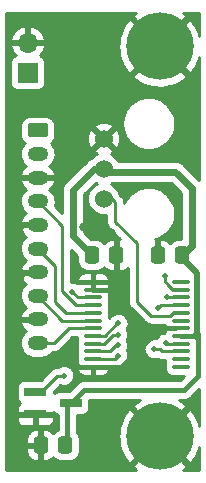
<source format=gbr>
%TF.GenerationSoftware,KiCad,Pcbnew,(6.0.1)*%
%TF.CreationDate,2022-07-04T21:25:44-07:00*%
%TF.ProjectId,mu100-dit,6d753130-302d-4646-9974-2e6b69636164,rev?*%
%TF.SameCoordinates,Original*%
%TF.FileFunction,Copper,L1,Top*%
%TF.FilePolarity,Positive*%
%FSLAX46Y46*%
G04 Gerber Fmt 4.6, Leading zero omitted, Abs format (unit mm)*
G04 Created by KiCad (PCBNEW (6.0.1)) date 2022-07-04 21:25:44*
%MOMM*%
%LPD*%
G01*
G04 APERTURE LIST*
G04 Aperture macros list*
%AMRoundRect*
0 Rectangle with rounded corners*
0 $1 Rounding radius*
0 $2 $3 $4 $5 $6 $7 $8 $9 X,Y pos of 4 corners*
0 Add a 4 corners polygon primitive as box body*
4,1,4,$2,$3,$4,$5,$6,$7,$8,$9,$2,$3,0*
0 Add four circle primitives for the rounded corners*
1,1,$1+$1,$2,$3*
1,1,$1+$1,$4,$5*
1,1,$1+$1,$6,$7*
1,1,$1+$1,$8,$9*
0 Add four rect primitives between the rounded corners*
20,1,$1+$1,$2,$3,$4,$5,0*
20,1,$1+$1,$4,$5,$6,$7,0*
20,1,$1+$1,$6,$7,$8,$9,0*
20,1,$1+$1,$8,$9,$2,$3,0*%
G04 Aperture macros list end*
%TA.AperFunction,SMDPad,CuDef*%
%ADD10RoundRect,0.250000X-0.337500X-0.475000X0.337500X-0.475000X0.337500X0.475000X-0.337500X0.475000X0*%
%TD*%
%TA.AperFunction,ComponentPad*%
%ADD11RoundRect,0.250000X-0.625000X0.350000X-0.625000X-0.350000X0.625000X-0.350000X0.625000X0.350000X0*%
%TD*%
%TA.AperFunction,ComponentPad*%
%ADD12O,1.750000X1.200000*%
%TD*%
%TA.AperFunction,SMDPad,CuDef*%
%ADD13RoundRect,0.100000X-0.637500X-0.100000X0.637500X-0.100000X0.637500X0.100000X-0.637500X0.100000X0*%
%TD*%
%TA.AperFunction,ConnectorPad*%
%ADD14C,5.700000*%
%TD*%
%TA.AperFunction,ComponentPad*%
%ADD15C,3.600000*%
%TD*%
%TA.AperFunction,ComponentPad*%
%ADD16C,1.524000*%
%TD*%
%TA.AperFunction,SMDPad,CuDef*%
%ADD17R,1.900000X0.800000*%
%TD*%
%TA.AperFunction,SMDPad,CuDef*%
%ADD18RoundRect,0.250000X0.337500X0.475000X-0.337500X0.475000X-0.337500X-0.475000X0.337500X-0.475000X0*%
%TD*%
%TA.AperFunction,ComponentPad*%
%ADD19R,1.700000X1.700000*%
%TD*%
%TA.AperFunction,ComponentPad*%
%ADD20O,1.700000X1.700000*%
%TD*%
%TA.AperFunction,ViaPad*%
%ADD21C,0.800000*%
%TD*%
%TA.AperFunction,ViaPad*%
%ADD22C,0.500000*%
%TD*%
%TA.AperFunction,Conductor*%
%ADD23C,0.400000*%
%TD*%
%TA.AperFunction,Conductor*%
%ADD24C,0.600000*%
%TD*%
%TA.AperFunction,Conductor*%
%ADD25C,0.500000*%
%TD*%
%TA.AperFunction,Conductor*%
%ADD26C,0.250000*%
%TD*%
%TA.AperFunction,Conductor*%
%ADD27C,0.254000*%
%TD*%
G04 APERTURE END LIST*
D10*
%TO.P,C3,1*%
%TO.N,GND*%
X47212500Y-123275000D03*
%TO.P,C3,2*%
%TO.N,+5V*%
X49287500Y-123275000D03*
%TD*%
D11*
%TO.P,J1,1,Pin_1*%
%TO.N,unconnected-(J1-Pad1)*%
X46950000Y-96620000D03*
D12*
%TO.P,J1,2,Pin_2*%
%TO.N,+5V*%
X46950000Y-98620000D03*
%TO.P,J1,3,Pin_3*%
%TO.N,GND*%
X46950000Y-100620000D03*
%TO.P,J1,4,Pin_4*%
%TO.N,/MCLK*%
X46950000Y-102620000D03*
%TO.P,J1,5,Pin_5*%
%TO.N,GND*%
X46950000Y-104620000D03*
%TO.P,J1,6,Pin_6*%
%TO.N,/SDAT*%
X46950000Y-106620000D03*
%TO.P,J1,7,Pin_7*%
%TO.N,GND*%
X46950000Y-108620000D03*
%TO.P,J1,8,Pin_8*%
%TO.N,/BICK*%
X46950000Y-110620000D03*
%TO.P,J1,9,Pin_9*%
%TO.N,GND*%
X46950000Y-112620000D03*
%TO.P,J1,10,Pin_10*%
%TO.N,/LRCK*%
X46950000Y-114620000D03*
%TD*%
D13*
%TO.P,U2,1,V1*%
%TO.N,GND*%
X51659500Y-109461427D03*
%TO.P,U2,2,TRANS*%
X51659500Y-110111427D03*
%TO.P,U2,3,PDN*%
%TO.N,/RESET*%
X51659500Y-110761427D03*
%TO.P,U2,4,MCLK*%
%TO.N,/MCLK*%
X51659500Y-111411427D03*
%TO.P,U2,5,SDTI*%
%TO.N,/SDAT*%
X51659500Y-112061427D03*
%TO.P,U2,6,BICK*%
%TO.N,/BICK*%
X51659500Y-112711427D03*
%TO.P,U2,7,LRCK*%
%TO.N,/LRCK*%
X51659500Y-113361427D03*
%TO.P,U2,8,FS0/CSN*%
%TO.N,/FS0*%
X51659500Y-114011427D03*
%TO.P,U2,9,FS1/CDTI*%
%TO.N,/FS1*%
X51659500Y-114661427D03*
%TO.P,U2,10,FS2/CCLK*%
%TO.N,/FS2*%
X51659500Y-115311427D03*
%TO.P,U2,11,FS3/CDTO*%
%TO.N,/FS3*%
X51659500Y-115961427D03*
%TO.P,U2,12,C1*%
%TO.N,GND*%
X51659500Y-116611427D03*
%TO.P,U2,13,ANS*%
%TO.N,unconnected-(U2-Pad13)*%
X59084500Y-116611427D03*
%TO.P,U2,14,BLS*%
%TO.N,unconnected-(U2-Pad14)*%
X59084500Y-115961427D03*
%TO.P,U2,15,CKS0*%
%TO.N,/CKS0*%
X59084500Y-115311427D03*
%TO.P,U2,16,CKS1*%
%TO.N,/CKS1*%
X59084500Y-114661427D03*
%TO.P,U2,17,VDD*%
%TO.N,+5V*%
X59084500Y-114011427D03*
%TO.P,U2,18,VSS*%
%TO.N,GND*%
X59084500Y-113361427D03*
%TO.P,U2,19,TXN*%
%TO.N,unconnected-(U2-Pad19)*%
X59084500Y-112711427D03*
%TO.P,U2,20,TXP*%
%TO.N,/TXP*%
X59084500Y-112061427D03*
%TO.P,U2,21,DIF0*%
%TO.N,/DIF0*%
X59084500Y-111411427D03*
%TO.P,U2,22,DIF1*%
%TO.N,/DIF1*%
X59084500Y-110761427D03*
%TO.P,U2,23,DIF2*%
%TO.N,/DIF2*%
X59084500Y-110111427D03*
%TO.P,U2,24,U1*%
%TO.N,unconnected-(U2-Pad24)*%
X59084500Y-109461427D03*
%TD*%
D14*
%TO.P,H1,1,1*%
%TO.N,GND*%
X57270000Y-89500000D03*
D15*
X57270000Y-89500000D03*
%TD*%
D16*
%TO.P,U1,1,GND*%
%TO.N,GND*%
X52540000Y-97310000D03*
%TO.P,U1,2,VCC*%
%TO.N,+5V*%
X52540000Y-99850000D03*
%TO.P,U1,3,Input*%
%TO.N,/TXP*%
X52540000Y-102390000D03*
%TD*%
D10*
%TO.P,C2,1*%
%TO.N,GND*%
X57128500Y-107188000D03*
%TO.P,C2,2*%
%TO.N,+5V*%
X59203500Y-107188000D03*
%TD*%
D17*
%TO.P,U3,1,\u002ARESET*%
%TO.N,/RESET*%
X46750000Y-118750000D03*
%TO.P,U3,2,GND*%
%TO.N,GND*%
X46750000Y-120650000D03*
%TO.P,U3,3,VCC*%
%TO.N,+5V*%
X49750000Y-119700000D03*
%TD*%
D18*
%TO.P,C1,1*%
%TO.N,GND*%
X53615500Y-107188000D03*
%TO.P,C1,2*%
%TO.N,+5V*%
X51540500Y-107188000D03*
%TD*%
D14*
%TO.P,H2,1,1*%
%TO.N,GND*%
X57270000Y-122500000D03*
D15*
X57270000Y-122500000D03*
%TD*%
D19*
%TO.P,J2,1,Pin_1*%
%TO.N,Net-(C4-Pad2)*%
X46100000Y-91725000D03*
D20*
%TO.P,J2,2,Pin_2*%
%TO.N,GND*%
X46100000Y-89185000D03*
%TD*%
D21*
%TO.N,GND*%
X53120000Y-105330000D03*
X48770000Y-100930000D03*
X49980000Y-98590000D03*
X53580000Y-93970000D03*
X54990000Y-101400000D03*
X50890000Y-104800000D03*
X55050000Y-98750000D03*
X51920000Y-95680000D03*
D22*
%TO.N,/RESET*%
X49180000Y-117370000D03*
X49900000Y-110320000D03*
%TO.N,/FS0*%
X53759978Y-112940000D03*
%TO.N,/FS1*%
X53741990Y-113900000D03*
%TO.N,/FS2*%
X53743483Y-114800000D03*
%TO.N,/FS3*%
X53750000Y-115690000D03*
%TO.N,/DIF0*%
X57100000Y-111680000D03*
%TO.N,/DIF1*%
X57880000Y-110720000D03*
%TO.N,/DIF2*%
X57700000Y-108900000D03*
%TO.N,/CKS0*%
X56800000Y-115100000D03*
%TO.N,/CKS1*%
X57800000Y-114600000D03*
%TD*%
D23*
%TO.N,GND*%
X49575000Y-115950000D02*
X46075000Y-115950000D01*
X52911427Y-110111427D02*
X53050000Y-110250000D01*
X54038573Y-116611427D02*
X51659500Y-116611427D01*
X51659500Y-109461427D02*
X53050000Y-109461427D01*
X44508000Y-110294000D02*
X45212000Y-110998000D01*
X55750000Y-114350000D02*
X55750000Y-114900000D01*
X46950000Y-104620000D02*
X45748000Y-104620000D01*
X44400000Y-105968000D02*
X44400000Y-110070000D01*
X57798573Y-113351427D02*
X58595500Y-113351427D01*
X45212000Y-115087000D02*
X45212000Y-112522000D01*
X54076573Y-116611427D02*
X57088000Y-113600000D01*
X46950000Y-100620000D02*
X45176000Y-100620000D01*
X45310000Y-112620000D02*
X45212000Y-112522000D01*
X45176000Y-100620000D02*
X44400000Y-101396000D01*
X51659500Y-116611427D02*
X50236427Y-116611427D01*
X51659500Y-110111427D02*
X52911427Y-110111427D01*
X57550000Y-113600000D02*
X57798573Y-113351427D01*
X57088000Y-113600000D02*
X57550000Y-113600000D01*
X44400000Y-110070000D02*
X44508000Y-110178000D01*
X53050000Y-110460000D02*
X54830000Y-112240000D01*
X45748000Y-104620000D02*
X44400000Y-105968000D01*
X54830000Y-112240000D02*
X54830000Y-113480000D01*
X44508000Y-110178000D02*
X44508000Y-110294000D01*
X50236427Y-116611427D02*
X49575000Y-115950000D01*
X53050000Y-110250000D02*
X53050000Y-110460000D01*
X45212000Y-110998000D02*
X45212000Y-112522000D01*
X55750000Y-114900000D02*
X54038573Y-116611427D01*
X46075000Y-115950000D02*
X45212000Y-115087000D01*
X45850000Y-108620000D02*
X44400000Y-110070000D01*
X44400000Y-101396000D02*
X44400000Y-105968000D01*
X53050000Y-109461427D02*
X53050000Y-110250000D01*
X46950000Y-108620000D02*
X45850000Y-108620000D01*
X54830000Y-113480000D02*
X55650000Y-114300000D01*
X46950000Y-112620000D02*
X45310000Y-112620000D01*
D24*
%TO.N,+5V*%
X60010000Y-101510000D02*
X58610000Y-100110000D01*
X51750000Y-99850000D02*
X49950000Y-101650000D01*
X60010000Y-106360000D02*
X60010000Y-101510000D01*
D23*
X49475000Y-119975000D02*
X49475000Y-122962500D01*
X59988573Y-114011427D02*
X60238573Y-114011427D01*
X60500000Y-117450000D02*
X59350000Y-118600000D01*
D24*
X52291000Y-99850000D02*
X51750000Y-99850000D01*
D25*
X60280000Y-114010000D02*
X60480000Y-113810000D01*
D23*
X49475000Y-122962500D02*
X49287500Y-123150000D01*
X60500000Y-114272854D02*
X60500000Y-117450000D01*
X60238573Y-114011427D02*
X60500000Y-114272854D01*
D25*
X60450000Y-113780000D02*
X60450000Y-108688500D01*
D24*
X49950000Y-101650000D02*
X49950000Y-105597500D01*
D25*
X60450000Y-108688500D02*
X58949500Y-107188000D01*
D24*
X59436000Y-106934000D02*
X60010000Y-106360000D01*
D23*
X60500000Y-114272854D02*
X60500000Y-113830000D01*
X60500000Y-113830000D02*
X60480000Y-113810000D01*
X49750000Y-119700000D02*
X49475000Y-119975000D01*
X60238573Y-114011427D02*
X59084500Y-114011427D01*
D25*
X60480000Y-113810000D02*
X60450000Y-113780000D01*
D24*
X58610000Y-100110000D02*
X52800000Y-100110000D01*
D23*
X50850000Y-118600000D02*
X49750000Y-119700000D01*
D24*
X49950000Y-105597500D02*
X51540500Y-107188000D01*
D23*
X59350000Y-118600000D02*
X50850000Y-118600000D01*
D24*
X52800000Y-100110000D02*
X52540000Y-99850000D01*
D26*
%TO.N,/LRCK*%
X49580357Y-113361427D02*
X48321784Y-114620000D01*
X51659500Y-113361427D02*
X49580357Y-113361427D01*
X48321784Y-114620000D02*
X46950000Y-114620000D01*
%TO.N,/SDAT*%
X48410000Y-108080000D02*
X48410000Y-111148000D01*
X46950000Y-106620000D02*
X48410000Y-108080000D01*
X49323427Y-112061427D02*
X51659500Y-112061427D01*
X48410000Y-111148000D02*
X49323427Y-112061427D01*
%TO.N,/RESET*%
X48630000Y-117370000D02*
X47250000Y-118750000D01*
X49180000Y-117370000D02*
X48630000Y-117370000D01*
X50341427Y-110761427D02*
X51659500Y-110761427D01*
X47250000Y-118750000D02*
X46750000Y-118750000D01*
X49900000Y-110320000D02*
X50341427Y-110761427D01*
%TO.N,/MCLK*%
X49022000Y-104692000D02*
X49022000Y-110254482D01*
X50178945Y-111411427D02*
X51659500Y-111411427D01*
X49022000Y-110254482D02*
X50178945Y-111411427D01*
X46950000Y-102620000D02*
X49022000Y-104692000D01*
%TO.N,/FS0*%
X52619662Y-114011427D02*
X51659500Y-114011427D01*
X53691089Y-112940000D02*
X52619662Y-114011427D01*
X53759978Y-112940000D02*
X53691089Y-112940000D01*
%TO.N,/FS1*%
X53741990Y-113900000D02*
X53366807Y-113900000D01*
X52605380Y-114661427D02*
X51659500Y-114661427D01*
X53366807Y-113900000D02*
X52605380Y-114661427D01*
%TO.N,/FS2*%
X53743483Y-114800000D02*
X53600000Y-114800000D01*
X53600000Y-114800000D02*
X53088573Y-115311427D01*
X53088573Y-115311427D02*
X51659500Y-115311427D01*
%TO.N,/FS3*%
X53478573Y-115961427D02*
X51659500Y-115961427D01*
X53750000Y-115690000D02*
X53478573Y-115961427D01*
%TO.N,/TXP*%
X56550000Y-112300000D02*
X58158066Y-112300000D01*
X55360000Y-106190000D02*
X55360000Y-111110000D01*
X58396639Y-112061427D02*
X59084500Y-112061427D01*
X55360000Y-111110000D02*
X56550000Y-112300000D01*
X53530000Y-104360000D02*
X55360000Y-106190000D01*
X58158066Y-112300000D02*
X58396639Y-112061427D01*
X53530000Y-102710000D02*
X53530000Y-104360000D01*
X52540000Y-102390000D02*
X53210000Y-102390000D01*
X53210000Y-102390000D02*
X53530000Y-102710000D01*
%TO.N,/DIF0*%
X57368573Y-111411427D02*
X59084500Y-111411427D01*
X57100000Y-111680000D02*
X57368573Y-111411427D01*
%TO.N,/DIF1*%
X57921427Y-110761427D02*
X59084500Y-110761427D01*
X57880000Y-110720000D02*
X57921427Y-110761427D01*
%TO.N,/DIF2*%
X57700000Y-108900000D02*
X57700000Y-109400000D01*
X58022480Y-109737268D02*
X58396639Y-110111427D01*
X57700000Y-109400000D02*
X58022480Y-109722480D01*
X58022480Y-109722480D02*
X58022480Y-109737268D01*
X58396639Y-110111427D02*
X59084500Y-110111427D01*
%TO.N,/CKS0*%
X57300000Y-115100000D02*
X57511427Y-115311427D01*
X57511427Y-115311427D02*
X59084500Y-115311427D01*
X56800000Y-115100000D02*
X57300000Y-115100000D01*
%TO.N,/BICK*%
X46950000Y-110620000D02*
X49041427Y-112711427D01*
X49041427Y-112711427D02*
X51659500Y-112711427D01*
%TO.N,/CKS1*%
X57800000Y-114600000D02*
X57861427Y-114661427D01*
X57861427Y-114661427D02*
X59084500Y-114661427D01*
%TD*%
%TO.N,GND*%
D27*
X55023366Y-86830911D02*
X55012956Y-86839707D01*
X54993004Y-86858509D01*
X54957146Y-86919785D01*
X54960108Y-86990719D01*
X54990323Y-87039303D01*
X57180905Y-89229885D01*
X57243217Y-89263911D01*
X57314032Y-89258846D01*
X57359095Y-89229885D01*
X59550073Y-87038907D01*
X59584099Y-86976595D01*
X59579034Y-86905780D01*
X59547713Y-86858417D01*
X59536318Y-86847603D01*
X59525937Y-86838768D01*
X59257140Y-86634000D01*
X60636000Y-86634000D01*
X60636000Y-88600316D01*
X60578698Y-88393690D01*
X60574352Y-88380774D01*
X60439865Y-88042823D01*
X60434148Y-88030452D01*
X60263949Y-87709003D01*
X60256931Y-87697322D01*
X60053012Y-87396134D01*
X60044772Y-87385279D01*
X59913419Y-87230392D01*
X59854105Y-87191375D01*
X59783112Y-87190620D01*
X59728228Y-87222792D01*
X57540115Y-89410905D01*
X57506089Y-89473217D01*
X57511154Y-89544032D01*
X57540115Y-89589095D01*
X59728180Y-91777160D01*
X59790492Y-91811186D01*
X59861307Y-91806121D01*
X59912800Y-91770230D01*
X60029941Y-91634042D01*
X60038256Y-91623244D01*
X60244273Y-91323487D01*
X60251373Y-91311855D01*
X60423812Y-90991602D01*
X60429615Y-90979271D01*
X60566458Y-90642268D01*
X60570894Y-90629383D01*
X60636000Y-90400826D01*
X60636000Y-100814101D01*
X60609221Y-100787134D01*
X60606644Y-100785062D01*
X59277329Y-99455747D01*
X59214252Y-99391335D01*
X59192484Y-99373582D01*
X59156050Y-99350102D01*
X59122165Y-99323052D01*
X59098395Y-99308083D01*
X59068201Y-99293487D01*
X59040018Y-99275324D01*
X59014858Y-99262834D01*
X58974122Y-99248007D01*
X58935089Y-99229138D01*
X58908595Y-99219808D01*
X58875917Y-99212264D01*
X58844410Y-99200796D01*
X58817106Y-99194190D01*
X58774091Y-99188756D01*
X58731860Y-99179006D01*
X58703955Y-99175777D01*
X58663385Y-99175635D01*
X58661231Y-99175500D01*
X58624581Y-99175500D01*
X58522570Y-99175144D01*
X58519293Y-99175500D01*
X53766343Y-99175500D01*
X53758683Y-99159074D01*
X53747701Y-99140053D01*
X53620190Y-98957948D01*
X53606072Y-98941124D01*
X53448876Y-98783928D01*
X53432052Y-98769810D01*
X53249948Y-98642299D01*
X53230927Y-98631317D01*
X53120285Y-98579724D01*
X53230676Y-98528248D01*
X53249696Y-98517266D01*
X53312875Y-98473028D01*
X53357204Y-98417571D01*
X53364513Y-98346952D01*
X53329700Y-98280720D01*
X52629095Y-97580115D01*
X52566783Y-97546089D01*
X52495968Y-97551154D01*
X52450905Y-97580115D01*
X51750300Y-98280720D01*
X51716274Y-98343032D01*
X51721339Y-98413847D01*
X51767125Y-98473028D01*
X51830304Y-98517266D01*
X51849324Y-98528248D01*
X51959715Y-98579724D01*
X51849074Y-98631317D01*
X51830053Y-98642299D01*
X51647948Y-98769810D01*
X51631124Y-98783928D01*
X51473928Y-98941124D01*
X51460812Y-98956753D01*
X51437239Y-98964686D01*
X51397944Y-98983009D01*
X51357011Y-98997264D01*
X51331679Y-99009400D01*
X51303237Y-99027172D01*
X51272848Y-99041343D01*
X51248872Y-99055978D01*
X51214618Y-99082548D01*
X51177855Y-99105520D01*
X51155839Y-99122969D01*
X51127030Y-99151578D01*
X51125435Y-99152984D01*
X51099898Y-99178521D01*
X51027134Y-99250779D01*
X51025058Y-99253361D01*
X49295748Y-100982670D01*
X49231335Y-101045748D01*
X49213582Y-101067516D01*
X49190102Y-101103950D01*
X49163052Y-101137835D01*
X49148083Y-101161605D01*
X49133487Y-101191799D01*
X49115324Y-101219982D01*
X49102834Y-101245142D01*
X49088007Y-101285878D01*
X49069138Y-101324911D01*
X49059808Y-101351405D01*
X49052264Y-101384083D01*
X49040796Y-101415590D01*
X49034190Y-101442894D01*
X49028756Y-101485909D01*
X49019006Y-101528140D01*
X49015777Y-101556045D01*
X49015635Y-101596615D01*
X49015500Y-101598769D01*
X49015500Y-101635419D01*
X49015144Y-101737430D01*
X49015500Y-101740707D01*
X49015500Y-103611406D01*
X48400956Y-102996862D01*
X48425889Y-102925062D01*
X48431557Y-102901809D01*
X48461909Y-102692476D01*
X48463078Y-102668570D01*
X48453298Y-102457275D01*
X48449926Y-102433580D01*
X48400368Y-102227945D01*
X48392576Y-102205315D01*
X48305027Y-102012762D01*
X48293096Y-101992013D01*
X48170716Y-101819489D01*
X48155077Y-101801371D01*
X48002281Y-101655101D01*
X47983498Y-101640267D01*
X47950742Y-101619116D01*
X48070407Y-101525118D01*
X48087739Y-101508613D01*
X48226308Y-101348927D01*
X48240207Y-101329441D01*
X48346080Y-101146432D01*
X48356044Y-101124670D01*
X48425401Y-100924943D01*
X48431070Y-100901685D01*
X48432463Y-100892075D01*
X48422440Y-100821790D01*
X48376009Y-100768081D01*
X48307766Y-100748000D01*
X45596483Y-100748000D01*
X45528362Y-100768002D01*
X45481869Y-100821658D01*
X45471765Y-100891932D01*
X45473990Y-100903521D01*
X45500107Y-101011891D01*
X45507899Y-101034521D01*
X45595408Y-101226988D01*
X45607339Y-101247737D01*
X45729664Y-101420183D01*
X45745303Y-101438301D01*
X45898030Y-101584505D01*
X45916813Y-101599339D01*
X45949230Y-101620270D01*
X45829247Y-101714518D01*
X45811915Y-101731024D01*
X45673283Y-101890783D01*
X45659384Y-101910268D01*
X45553463Y-102093359D01*
X45543499Y-102115121D01*
X45474111Y-102314938D01*
X45468443Y-102338191D01*
X45438091Y-102547524D01*
X45436922Y-102571430D01*
X45446702Y-102782725D01*
X45450074Y-102806420D01*
X45499632Y-103012055D01*
X45507424Y-103034685D01*
X45594973Y-103227238D01*
X45606904Y-103247987D01*
X45729284Y-103420511D01*
X45744923Y-103438629D01*
X45897719Y-103584899D01*
X45916502Y-103599733D01*
X45949258Y-103620884D01*
X45829593Y-103714882D01*
X45812261Y-103731387D01*
X45673692Y-103891073D01*
X45659793Y-103910559D01*
X45553920Y-104093568D01*
X45543956Y-104115330D01*
X45474599Y-104315057D01*
X45468930Y-104338315D01*
X45467537Y-104347925D01*
X45477560Y-104418210D01*
X45523991Y-104471919D01*
X45592234Y-104492000D01*
X47078000Y-104492000D01*
X47078000Y-104748000D01*
X45596483Y-104748000D01*
X45528362Y-104768002D01*
X45481869Y-104821658D01*
X45471765Y-104891932D01*
X45473990Y-104903521D01*
X45500107Y-105011891D01*
X45507899Y-105034521D01*
X45595408Y-105226988D01*
X45607339Y-105247737D01*
X45729664Y-105420183D01*
X45745303Y-105438301D01*
X45898030Y-105584505D01*
X45916813Y-105599339D01*
X45949230Y-105620270D01*
X45829247Y-105714518D01*
X45811915Y-105731024D01*
X45673283Y-105890783D01*
X45659384Y-105910268D01*
X45553463Y-106093359D01*
X45543499Y-106115121D01*
X45474111Y-106314938D01*
X45468443Y-106338191D01*
X45438091Y-106547524D01*
X45436922Y-106571430D01*
X45446702Y-106782725D01*
X45450074Y-106806420D01*
X45499632Y-107012055D01*
X45507424Y-107034685D01*
X45594973Y-107227238D01*
X45606904Y-107247987D01*
X45729284Y-107420511D01*
X45744923Y-107438629D01*
X45897719Y-107584899D01*
X45916502Y-107599733D01*
X45949258Y-107620884D01*
X45829593Y-107714882D01*
X45812261Y-107731387D01*
X45673692Y-107891073D01*
X45659793Y-107910559D01*
X45553920Y-108093568D01*
X45543956Y-108115330D01*
X45474599Y-108315057D01*
X45468930Y-108338315D01*
X45467537Y-108347925D01*
X45477560Y-108418210D01*
X45523991Y-108471919D01*
X45592234Y-108492000D01*
X47078000Y-108492000D01*
X47078000Y-108748000D01*
X45596483Y-108748000D01*
X45528362Y-108768002D01*
X45481869Y-108821658D01*
X45471765Y-108891932D01*
X45473990Y-108903521D01*
X45500107Y-109011891D01*
X45507899Y-109034521D01*
X45595408Y-109226988D01*
X45607339Y-109247737D01*
X45729664Y-109420183D01*
X45745303Y-109438301D01*
X45898030Y-109584505D01*
X45916813Y-109599339D01*
X45949230Y-109620270D01*
X45829247Y-109714518D01*
X45811915Y-109731024D01*
X45673283Y-109890783D01*
X45659384Y-109910268D01*
X45553463Y-110093359D01*
X45543499Y-110115121D01*
X45474111Y-110314938D01*
X45468443Y-110338191D01*
X45438091Y-110547524D01*
X45436922Y-110571430D01*
X45446702Y-110782725D01*
X45450074Y-110806420D01*
X45499632Y-111012055D01*
X45507424Y-111034685D01*
X45594973Y-111227238D01*
X45606904Y-111247987D01*
X45729284Y-111420511D01*
X45744923Y-111438629D01*
X45897719Y-111584899D01*
X45916502Y-111599733D01*
X45949258Y-111620884D01*
X45829593Y-111714882D01*
X45812261Y-111731387D01*
X45673692Y-111891073D01*
X45659793Y-111910559D01*
X45553920Y-112093568D01*
X45543956Y-112115330D01*
X45474599Y-112315057D01*
X45468930Y-112338315D01*
X45467537Y-112347925D01*
X45477560Y-112418210D01*
X45523991Y-112471919D01*
X45592234Y-112492000D01*
X47078000Y-112492000D01*
X47078000Y-112748000D01*
X45596483Y-112748000D01*
X45528362Y-112768002D01*
X45481869Y-112821658D01*
X45471765Y-112891932D01*
X45473990Y-112903521D01*
X45500107Y-113011891D01*
X45507899Y-113034521D01*
X45595408Y-113226988D01*
X45607339Y-113247737D01*
X45729664Y-113420183D01*
X45745303Y-113438301D01*
X45898030Y-113584505D01*
X45916813Y-113599339D01*
X45949230Y-113620270D01*
X45829247Y-113714518D01*
X45811915Y-113731024D01*
X45673283Y-113890783D01*
X45659384Y-113910268D01*
X45553463Y-114093359D01*
X45543499Y-114115121D01*
X45474111Y-114314938D01*
X45468443Y-114338191D01*
X45438091Y-114547524D01*
X45436922Y-114571430D01*
X45446702Y-114782725D01*
X45450074Y-114806420D01*
X45499632Y-115012055D01*
X45507424Y-115034685D01*
X45594973Y-115227238D01*
X45606904Y-115247987D01*
X45729284Y-115420511D01*
X45744923Y-115438629D01*
X45897719Y-115584899D01*
X45916502Y-115599733D01*
X46094200Y-115714472D01*
X46115450Y-115725486D01*
X46311639Y-115804552D01*
X46334587Y-115811350D01*
X46542187Y-115851892D01*
X46560183Y-115854078D01*
X46565745Y-115854350D01*
X46571899Y-115854500D01*
X47277846Y-115854500D01*
X47289813Y-115853930D01*
X47447533Y-115838882D01*
X47471035Y-115834357D01*
X47674003Y-115774813D01*
X47696226Y-115765924D01*
X47884272Y-115669074D01*
X47904413Y-115656144D01*
X48070753Y-115525482D01*
X48088085Y-115508976D01*
X48200439Y-115379500D01*
X48243017Y-115379500D01*
X48265652Y-115381640D01*
X48333729Y-115379500D01*
X48361640Y-115379500D01*
X48377430Y-115378507D01*
X48381441Y-115378000D01*
X48425632Y-115376611D01*
X48456825Y-115371670D01*
X48476276Y-115366019D01*
X48496374Y-115363480D01*
X48526965Y-115355626D01*
X48568079Y-115339348D01*
X48610529Y-115327015D01*
X48639517Y-115314471D01*
X48656953Y-115304159D01*
X48675783Y-115296704D01*
X48703461Y-115281489D01*
X48739231Y-115255501D01*
X48777286Y-115232995D01*
X48802241Y-115213637D01*
X48816562Y-115199316D01*
X48832952Y-115187408D01*
X48855976Y-115165788D01*
X48884167Y-115131711D01*
X49894952Y-114120927D01*
X50287501Y-114120927D01*
X50287501Y-114151312D01*
X50288579Y-114167756D01*
X50304240Y-114286722D01*
X50312753Y-114318495D01*
X50320181Y-114336427D01*
X50312753Y-114354359D01*
X50304240Y-114386131D01*
X50288578Y-114505096D01*
X50287500Y-114521542D01*
X50287501Y-114801311D01*
X50288579Y-114817756D01*
X50304240Y-114936722D01*
X50312753Y-114968495D01*
X50320181Y-114986427D01*
X50312753Y-115004359D01*
X50304240Y-115036131D01*
X50288578Y-115155096D01*
X50287500Y-115171542D01*
X50287501Y-115451311D01*
X50288579Y-115467756D01*
X50304240Y-115586722D01*
X50312753Y-115618495D01*
X50320181Y-115636427D01*
X50312753Y-115654359D01*
X50304240Y-115686131D01*
X50288578Y-115805096D01*
X50287500Y-115821542D01*
X50287501Y-116101311D01*
X50288579Y-116117756D01*
X50304240Y-116236722D01*
X50312753Y-116268495D01*
X50320452Y-116287081D01*
X50313241Y-116304489D01*
X50304728Y-116336260D01*
X50296997Y-116394980D01*
X50307936Y-116465129D01*
X50355064Y-116518228D01*
X50421919Y-116537427D01*
X50461431Y-116537427D01*
X50488051Y-116572118D01*
X50511309Y-116595376D01*
X50628665Y-116685427D01*
X50421920Y-116685427D01*
X50353799Y-116705429D01*
X50307306Y-116759085D01*
X50296998Y-116827872D01*
X50304728Y-116886592D01*
X50313241Y-116918365D01*
X50374504Y-117066268D01*
X50390951Y-117094754D01*
X50488408Y-117221761D01*
X50511666Y-117245019D01*
X50638673Y-117342476D01*
X50667159Y-117358923D01*
X50815062Y-117420186D01*
X50846834Y-117428699D01*
X50965707Y-117444349D01*
X50982153Y-117445427D01*
X51459500Y-117445427D01*
X51527621Y-117425425D01*
X51574114Y-117371769D01*
X51585500Y-117319427D01*
X51585500Y-116811427D01*
X51580949Y-116795926D01*
X51733500Y-116795926D01*
X51733500Y-117319426D01*
X51753502Y-117387547D01*
X51807158Y-117434040D01*
X51859500Y-117445426D01*
X52336846Y-117445426D01*
X52353291Y-117444348D01*
X52472165Y-117428699D01*
X52503938Y-117420186D01*
X52651841Y-117358923D01*
X52680327Y-117342476D01*
X52807334Y-117245019D01*
X52830592Y-117221761D01*
X52928049Y-117094754D01*
X52944496Y-117066268D01*
X53005759Y-116918365D01*
X53014272Y-116886593D01*
X53029922Y-116767720D01*
X53031000Y-116751273D01*
X53031000Y-116720927D01*
X53399806Y-116720927D01*
X53422441Y-116723067D01*
X53490518Y-116720927D01*
X53518429Y-116720927D01*
X53534219Y-116719934D01*
X53538230Y-116719427D01*
X53582421Y-116718038D01*
X53613614Y-116713097D01*
X53633065Y-116707446D01*
X53653163Y-116704907D01*
X53683754Y-116697053D01*
X53724868Y-116680775D01*
X53767318Y-116668442D01*
X53796306Y-116655898D01*
X53813742Y-116645586D01*
X53832572Y-116638131D01*
X53860250Y-116622916D01*
X53896020Y-116596928D01*
X53934075Y-116574422D01*
X53959030Y-116555064D01*
X53963354Y-116550740D01*
X54104258Y-116504957D01*
X54129840Y-116493353D01*
X54276008Y-116406219D01*
X54298382Y-116389236D01*
X54421613Y-116271885D01*
X54439669Y-116250366D01*
X54533839Y-116108629D01*
X54546679Y-116083646D01*
X54607107Y-115924569D01*
X54614093Y-115897360D01*
X54637775Y-115728848D01*
X54638989Y-115713075D01*
X54639287Y-115691762D01*
X54638514Y-115675955D01*
X54619546Y-115506847D01*
X54613322Y-115479455D01*
X54557359Y-115318752D01*
X54545221Y-115293418D01*
X54512462Y-115240994D01*
X54527322Y-115218629D01*
X54540162Y-115193646D01*
X54600590Y-115034569D01*
X54607576Y-115007360D01*
X54631258Y-114838848D01*
X54632472Y-114823075D01*
X54632770Y-114801762D01*
X54631997Y-114785955D01*
X54613029Y-114616847D01*
X54606805Y-114589455D01*
X54550842Y-114428752D01*
X54538705Y-114403419D01*
X54505161Y-114349738D01*
X54525829Y-114318630D01*
X54538669Y-114293646D01*
X54599097Y-114134569D01*
X54606083Y-114107360D01*
X54629765Y-113938848D01*
X54630979Y-113923075D01*
X54631277Y-113901762D01*
X54630504Y-113885955D01*
X54611536Y-113716847D01*
X54605312Y-113689455D01*
X54549349Y-113528752D01*
X54537212Y-113503419D01*
X54493789Y-113433928D01*
X54543817Y-113358629D01*
X54556657Y-113333646D01*
X54617085Y-113174569D01*
X54624071Y-113147360D01*
X54647753Y-112978848D01*
X54648967Y-112963075D01*
X54649265Y-112941762D01*
X54648492Y-112925955D01*
X54629524Y-112756847D01*
X54623300Y-112729455D01*
X54567337Y-112568752D01*
X54555200Y-112543419D01*
X54465024Y-112399109D01*
X54447576Y-112377095D01*
X54327670Y-112256348D01*
X54305778Y-112238747D01*
X54162100Y-112147566D01*
X54136853Y-112135252D01*
X53976545Y-112078169D01*
X53949196Y-112071754D01*
X53780225Y-112051606D01*
X53752137Y-112051410D01*
X53582901Y-112069197D01*
X53555466Y-112075229D01*
X53394376Y-112130068D01*
X53368959Y-112142028D01*
X53224022Y-112231194D01*
X53201886Y-112248489D01*
X53080306Y-112367550D01*
X53062553Y-112389317D01*
X53017749Y-112458838D01*
X53014760Y-112436132D01*
X53006247Y-112404359D01*
X52998819Y-112386427D01*
X53006247Y-112368495D01*
X53014760Y-112336723D01*
X53030422Y-112217758D01*
X53031500Y-112201312D01*
X53031499Y-111921543D01*
X53030421Y-111905098D01*
X53014760Y-111786132D01*
X53006247Y-111754359D01*
X52998819Y-111736427D01*
X53006247Y-111718495D01*
X53014760Y-111686723D01*
X53030422Y-111567758D01*
X53031500Y-111551312D01*
X53031499Y-111271543D01*
X53030421Y-111255098D01*
X53014760Y-111136132D01*
X53006247Y-111104359D01*
X52998819Y-111086427D01*
X53006247Y-111068495D01*
X53014760Y-111036723D01*
X53030422Y-110917758D01*
X53031500Y-110901312D01*
X53031499Y-110621543D01*
X53030421Y-110605098D01*
X53014760Y-110486132D01*
X53006247Y-110454359D01*
X52998548Y-110435773D01*
X53005759Y-110418365D01*
X53014272Y-110386594D01*
X53022003Y-110327874D01*
X53011064Y-110257725D01*
X52963936Y-110204626D01*
X52897081Y-110185427D01*
X52857569Y-110185427D01*
X52830949Y-110150736D01*
X52807691Y-110127478D01*
X52690335Y-110037427D01*
X52897080Y-110037427D01*
X52965201Y-110017425D01*
X53011694Y-109963769D01*
X53022002Y-109894982D01*
X53014272Y-109836262D01*
X53005759Y-109804489D01*
X52998277Y-109786427D01*
X53005759Y-109768365D01*
X53014272Y-109736594D01*
X53022003Y-109677874D01*
X53011064Y-109607725D01*
X52963936Y-109554626D01*
X52897081Y-109535427D01*
X51859500Y-109535427D01*
X51791379Y-109555429D01*
X51744886Y-109609085D01*
X51733500Y-109661427D01*
X51733500Y-109911427D01*
X51738051Y-109926928D01*
X51585500Y-109926928D01*
X51585500Y-109661427D01*
X51565498Y-109593306D01*
X51511842Y-109546813D01*
X51459500Y-109535427D01*
X50421920Y-109535427D01*
X50353799Y-109555429D01*
X50351042Y-109558611D01*
X50302122Y-109527566D01*
X50276875Y-109515252D01*
X50116567Y-109458169D01*
X50089218Y-109451754D01*
X49920247Y-109431606D01*
X49892159Y-109431410D01*
X49781500Y-109443040D01*
X49781500Y-109244980D01*
X50296997Y-109244980D01*
X50307936Y-109315129D01*
X50355064Y-109368228D01*
X50421919Y-109387427D01*
X51459500Y-109387427D01*
X51527621Y-109367425D01*
X51574114Y-109313769D01*
X51585500Y-109261427D01*
X51733500Y-109261427D01*
X51753502Y-109329548D01*
X51807158Y-109376041D01*
X51859500Y-109387427D01*
X52897080Y-109387427D01*
X52965201Y-109367425D01*
X53011694Y-109313769D01*
X53022002Y-109244982D01*
X53014272Y-109186262D01*
X53005759Y-109154489D01*
X52944496Y-109006586D01*
X52928049Y-108978100D01*
X52830592Y-108851093D01*
X52807334Y-108827835D01*
X52680327Y-108730378D01*
X52651841Y-108713931D01*
X52503938Y-108652668D01*
X52472166Y-108644155D01*
X52353293Y-108628505D01*
X52336847Y-108627427D01*
X51859500Y-108627427D01*
X51791379Y-108647429D01*
X51744886Y-108701085D01*
X51733500Y-108753427D01*
X51733500Y-109261427D01*
X51585500Y-109261427D01*
X51585500Y-108753428D01*
X51565498Y-108685307D01*
X51511842Y-108638814D01*
X51459500Y-108627428D01*
X50982154Y-108627428D01*
X50965709Y-108628506D01*
X50846835Y-108644155D01*
X50815062Y-108652668D01*
X50667159Y-108713931D01*
X50638673Y-108730378D01*
X50511666Y-108827835D01*
X50488408Y-108851093D01*
X50390951Y-108978100D01*
X50374504Y-109006586D01*
X50313241Y-109154489D01*
X50304728Y-109186260D01*
X50296997Y-109244980D01*
X49781500Y-109244980D01*
X49781500Y-106750583D01*
X50318500Y-107287582D01*
X50318500Y-107713400D01*
X50319173Y-107726404D01*
X50330147Y-107832170D01*
X50335950Y-107859042D01*
X50391926Y-108026822D01*
X50404306Y-108053249D01*
X50497378Y-108203651D01*
X50515504Y-108226521D01*
X50640679Y-108351478D01*
X50663581Y-108369565D01*
X50814146Y-108462375D01*
X50840595Y-108474708D01*
X51008472Y-108530390D01*
X51035296Y-108536141D01*
X51139757Y-108546844D01*
X51152600Y-108547500D01*
X51928400Y-108547500D01*
X51941404Y-108546827D01*
X52047170Y-108535853D01*
X52074042Y-108530050D01*
X52241822Y-108474074D01*
X52268249Y-108461694D01*
X52418651Y-108368622D01*
X52441521Y-108350496D01*
X52566478Y-108225321D01*
X52578316Y-108210332D01*
X52590899Y-108226208D01*
X52715991Y-108351083D01*
X52738893Y-108369170D01*
X52889359Y-108461918D01*
X52915807Y-108474251D01*
X53083573Y-108529897D01*
X53110399Y-108535648D01*
X53214795Y-108546344D01*
X53227637Y-108547000D01*
X53361500Y-108547000D01*
X53429621Y-108526998D01*
X53476114Y-108473342D01*
X53487500Y-108421000D01*
X53487500Y-105955001D01*
X53467498Y-105886880D01*
X53413842Y-105840387D01*
X53361500Y-105829001D01*
X53227638Y-105829001D01*
X53214635Y-105829674D01*
X53108934Y-105840641D01*
X53082061Y-105846444D01*
X52914392Y-105902382D01*
X52887965Y-105914762D01*
X52737662Y-106007773D01*
X52714792Y-106025899D01*
X52589917Y-106150991D01*
X52578326Y-106165667D01*
X52565496Y-106149479D01*
X52440321Y-106024522D01*
X52417419Y-106006435D01*
X52266854Y-105913625D01*
X52240405Y-105901292D01*
X52072528Y-105845610D01*
X52045704Y-105839859D01*
X51941243Y-105829156D01*
X51928400Y-105828500D01*
X51502582Y-105828500D01*
X50884500Y-105210418D01*
X50884500Y-102037082D01*
X51851682Y-101069900D01*
X51959123Y-101120000D01*
X51849074Y-101171317D01*
X51830053Y-101182299D01*
X51647948Y-101309810D01*
X51631124Y-101323928D01*
X51473928Y-101481124D01*
X51459810Y-101497948D01*
X51332299Y-101680053D01*
X51321317Y-101699074D01*
X51227365Y-101900554D01*
X51219853Y-101921193D01*
X51162315Y-102135926D01*
X51158501Y-102157556D01*
X51139126Y-102379019D01*
X51139126Y-102400981D01*
X51158501Y-102622444D01*
X51162315Y-102644074D01*
X51219853Y-102858807D01*
X51227365Y-102879446D01*
X51321317Y-103080926D01*
X51332299Y-103099947D01*
X51459810Y-103282052D01*
X51473928Y-103298876D01*
X51631124Y-103456072D01*
X51647948Y-103470190D01*
X51830052Y-103597701D01*
X51849073Y-103608683D01*
X52050554Y-103702635D01*
X52071193Y-103710147D01*
X52285926Y-103767685D01*
X52307556Y-103771499D01*
X52529019Y-103790874D01*
X52550981Y-103790874D01*
X52770500Y-103771669D01*
X52770500Y-104281233D01*
X52768360Y-104303868D01*
X52770500Y-104371945D01*
X52770500Y-104399856D01*
X52771493Y-104415646D01*
X52772000Y-104419657D01*
X52773389Y-104463848D01*
X52778330Y-104495041D01*
X52783981Y-104514492D01*
X52786520Y-104534590D01*
X52794374Y-104565181D01*
X52810652Y-104606295D01*
X52822985Y-104648745D01*
X52835529Y-104677733D01*
X52845841Y-104695169D01*
X52853296Y-104713999D01*
X52868511Y-104741677D01*
X52894499Y-104777447D01*
X52917005Y-104815502D01*
X52936363Y-104840457D01*
X52950684Y-104854778D01*
X52962592Y-104871168D01*
X52984212Y-104894192D01*
X53018289Y-104922383D01*
X53924906Y-105829000D01*
X53869500Y-105829000D01*
X53801379Y-105849002D01*
X53754886Y-105902658D01*
X53743500Y-105955000D01*
X53743500Y-108420999D01*
X53763502Y-108489120D01*
X53817158Y-108535613D01*
X53869500Y-108546999D01*
X54003362Y-108546999D01*
X54016365Y-108546326D01*
X54122066Y-108535359D01*
X54148939Y-108529556D01*
X54316608Y-108473618D01*
X54343035Y-108461238D01*
X54493338Y-108368227D01*
X54516208Y-108350101D01*
X54600500Y-108265663D01*
X54600500Y-111031233D01*
X54598360Y-111053868D01*
X54600500Y-111121945D01*
X54600500Y-111149856D01*
X54601493Y-111165646D01*
X54602000Y-111169657D01*
X54603389Y-111213848D01*
X54608330Y-111245041D01*
X54613981Y-111264492D01*
X54616520Y-111284590D01*
X54624374Y-111315181D01*
X54640652Y-111356295D01*
X54652985Y-111398745D01*
X54665529Y-111427733D01*
X54675841Y-111445169D01*
X54683296Y-111463999D01*
X54698511Y-111491677D01*
X54724499Y-111527447D01*
X54747005Y-111565502D01*
X54766363Y-111590457D01*
X54780684Y-111604778D01*
X54792592Y-111621168D01*
X54814212Y-111644192D01*
X54848289Y-111672383D01*
X55957248Y-112781342D01*
X55971747Y-112798868D01*
X56021414Y-112845508D01*
X56041135Y-112865229D01*
X56053007Y-112875696D01*
X56056194Y-112878168D01*
X56088426Y-112908436D01*
X56113979Y-112927001D01*
X56131730Y-112936760D01*
X56147732Y-112949172D01*
X56174917Y-112965249D01*
X56215486Y-112982805D01*
X56254240Y-113004110D01*
X56283606Y-113015737D01*
X56303226Y-113020774D01*
X56321813Y-113028818D01*
X56352143Y-113037630D01*
X56395811Y-113044547D01*
X56438636Y-113055542D01*
X56469970Y-113059500D01*
X56490224Y-113059500D01*
X56510232Y-113062669D01*
X56541801Y-113063661D01*
X56585819Y-113059500D01*
X57736898Y-113059500D01*
X57729728Y-113086260D01*
X57721997Y-113144980D01*
X57732936Y-113215129D01*
X57780064Y-113268228D01*
X57846919Y-113287427D01*
X57886431Y-113287427D01*
X57913051Y-113322118D01*
X57936309Y-113345376D01*
X57957226Y-113361427D01*
X57936308Y-113377478D01*
X57913051Y-113400736D01*
X57886431Y-113435427D01*
X57846920Y-113435427D01*
X57778799Y-113455429D01*
X57732306Y-113509085D01*
X57721998Y-113577872D01*
X57729728Y-113636592D01*
X57738241Y-113668365D01*
X57745452Y-113685773D01*
X57737753Y-113704359D01*
X57734232Y-113717498D01*
X57622923Y-113729197D01*
X57595488Y-113735229D01*
X57434398Y-113790068D01*
X57408981Y-113802028D01*
X57264044Y-113891194D01*
X57241908Y-113908489D01*
X57120328Y-114027550D01*
X57102575Y-114049317D01*
X57010393Y-114192354D01*
X56997903Y-114217516D01*
X56992445Y-114232511D01*
X56989218Y-114231754D01*
X56820247Y-114211606D01*
X56792159Y-114211410D01*
X56622923Y-114229197D01*
X56595488Y-114235229D01*
X56434398Y-114290068D01*
X56408981Y-114302028D01*
X56264044Y-114391194D01*
X56241908Y-114408489D01*
X56120328Y-114527550D01*
X56102575Y-114549317D01*
X56010393Y-114692354D01*
X55997903Y-114717515D01*
X55939702Y-114877421D01*
X55933097Y-114904724D01*
X55911769Y-115073551D01*
X55911376Y-115101639D01*
X55927982Y-115270995D01*
X55933823Y-115298471D01*
X55987536Y-115459939D01*
X55999318Y-115485438D01*
X56087470Y-115630994D01*
X56104609Y-115653250D01*
X56222818Y-115775659D01*
X56244462Y-115793564D01*
X56386853Y-115886742D01*
X56411926Y-115899407D01*
X56571421Y-115958723D01*
X56598677Y-115965519D01*
X56767351Y-115988025D01*
X56795435Y-115988613D01*
X56964903Y-115973190D01*
X56992420Y-115967542D01*
X57077863Y-115939779D01*
X57093157Y-115948188D01*
X57109162Y-115960602D01*
X57136345Y-115976678D01*
X57176924Y-115994238D01*
X57215667Y-116015537D01*
X57245032Y-116027163D01*
X57264653Y-116032201D01*
X57283242Y-116040245D01*
X57313570Y-116049057D01*
X57357238Y-116055974D01*
X57400063Y-116066969D01*
X57431397Y-116070927D01*
X57451651Y-116070927D01*
X57471659Y-116074096D01*
X57503228Y-116075088D01*
X57547246Y-116070927D01*
X57712501Y-116070927D01*
X57712501Y-116101312D01*
X57713579Y-116117756D01*
X57729240Y-116236722D01*
X57737753Y-116268495D01*
X57745181Y-116286427D01*
X57737753Y-116304359D01*
X57729240Y-116336131D01*
X57713578Y-116455096D01*
X57712500Y-116471542D01*
X57712501Y-116751311D01*
X57713579Y-116767756D01*
X57729240Y-116886722D01*
X57737753Y-116918495D01*
X57799067Y-117066521D01*
X57815514Y-117095008D01*
X57913051Y-117222119D01*
X57936309Y-117245376D01*
X58063421Y-117342913D01*
X58091907Y-117359360D01*
X58239932Y-117420674D01*
X58271704Y-117429187D01*
X58390669Y-117444849D01*
X58407115Y-117445927D01*
X59323912Y-117445926D01*
X59004339Y-117765500D01*
X50878922Y-117765500D01*
X50821218Y-117761566D01*
X50790985Y-117763150D01*
X50728028Y-117774138D01*
X50664621Y-117781811D01*
X50635220Y-117789032D01*
X50628811Y-117791454D01*
X50622054Y-117792633D01*
X50593072Y-117801383D01*
X50534560Y-117827067D01*
X50474806Y-117849647D01*
X50447976Y-117863674D01*
X50442329Y-117867555D01*
X50436051Y-117870311D01*
X50409990Y-117885723D01*
X50359303Y-117924618D01*
X50306653Y-117960802D01*
X50283943Y-117980824D01*
X50242489Y-118027351D01*
X49604340Y-118665500D01*
X48751866Y-118665500D01*
X48738258Y-118666237D01*
X48676076Y-118672992D01*
X48645454Y-118680273D01*
X48509065Y-118731403D01*
X48477730Y-118748559D01*
X48361174Y-118835913D01*
X48335913Y-118861174D01*
X48334500Y-118863059D01*
X48334500Y-118739594D01*
X48874119Y-118199975D01*
X48951420Y-118228723D01*
X48978677Y-118235519D01*
X49147351Y-118258025D01*
X49175435Y-118258613D01*
X49344903Y-118243190D01*
X49372419Y-118237542D01*
X49534258Y-118184957D01*
X49559840Y-118173353D01*
X49706008Y-118086219D01*
X49728382Y-118069236D01*
X49851613Y-117951885D01*
X49869669Y-117930366D01*
X49963839Y-117788629D01*
X49976679Y-117763646D01*
X50037107Y-117604569D01*
X50044093Y-117577360D01*
X50067775Y-117408848D01*
X50068989Y-117393075D01*
X50069287Y-117371762D01*
X50068514Y-117355955D01*
X50049546Y-117186847D01*
X50043322Y-117159455D01*
X49987359Y-116998752D01*
X49975222Y-116973419D01*
X49885046Y-116829109D01*
X49867598Y-116807095D01*
X49747692Y-116686348D01*
X49725800Y-116668747D01*
X49582122Y-116577566D01*
X49556875Y-116565252D01*
X49396567Y-116508169D01*
X49369218Y-116501754D01*
X49200247Y-116481606D01*
X49172159Y-116481410D01*
X49002923Y-116499197D01*
X48975488Y-116505229D01*
X48814398Y-116560068D01*
X48788981Y-116572029D01*
X48726448Y-116610500D01*
X48708768Y-116610500D01*
X48686134Y-116608360D01*
X48618044Y-116610500D01*
X48590144Y-116610500D01*
X48574356Y-116611493D01*
X48570353Y-116611999D01*
X48526152Y-116613388D01*
X48494957Y-116618329D01*
X48475504Y-116623981D01*
X48455412Y-116626519D01*
X48424820Y-116634374D01*
X48383710Y-116650650D01*
X48341252Y-116662986D01*
X48312267Y-116675529D01*
X48294831Y-116685841D01*
X48276001Y-116693296D01*
X48248323Y-116708511D01*
X48212553Y-116734499D01*
X48174498Y-116757005D01*
X48149543Y-116776363D01*
X48135222Y-116790684D01*
X48118832Y-116802592D01*
X48095808Y-116824212D01*
X48067622Y-116858283D01*
X47210404Y-117715500D01*
X45751866Y-117715500D01*
X45738258Y-117716237D01*
X45676076Y-117722992D01*
X45645454Y-117730273D01*
X45509065Y-117781403D01*
X45477730Y-117798559D01*
X45361174Y-117885913D01*
X45335913Y-117911174D01*
X45248559Y-118027730D01*
X45231403Y-118059065D01*
X45180273Y-118195454D01*
X45172992Y-118226076D01*
X45166237Y-118288258D01*
X45165500Y-118301866D01*
X45165500Y-119198134D01*
X45166237Y-119211742D01*
X45172992Y-119273924D01*
X45180273Y-119304546D01*
X45231403Y-119440935D01*
X45248559Y-119472270D01*
X45335913Y-119588826D01*
X45361174Y-119614087D01*
X45476224Y-119700313D01*
X45361531Y-119786270D01*
X45336270Y-119811531D01*
X45249002Y-119927973D01*
X45231846Y-119959308D01*
X45180766Y-120095563D01*
X45173485Y-120126185D01*
X45166737Y-120188303D01*
X45166000Y-120201911D01*
X45166000Y-120396000D01*
X45186002Y-120464121D01*
X45239658Y-120510614D01*
X45292000Y-120522000D01*
X48207999Y-120522000D01*
X48276120Y-120501998D01*
X48293382Y-120482077D01*
X48335913Y-120538826D01*
X48361174Y-120564087D01*
X48477730Y-120651441D01*
X48509065Y-120668597D01*
X48640500Y-120717870D01*
X48640500Y-121970803D01*
X48586177Y-121988927D01*
X48559751Y-122001306D01*
X48409349Y-122094378D01*
X48386479Y-122112504D01*
X48261522Y-122237679D01*
X48249684Y-122252668D01*
X48237101Y-122236792D01*
X48112009Y-122111917D01*
X48089107Y-122093830D01*
X47938641Y-122001082D01*
X47912193Y-121988749D01*
X47744427Y-121933103D01*
X47717601Y-121927352D01*
X47613205Y-121916656D01*
X47600363Y-121916000D01*
X47466500Y-121916000D01*
X47398379Y-121936002D01*
X47351886Y-121989658D01*
X47340500Y-122042000D01*
X47340500Y-124507999D01*
X47360502Y-124576120D01*
X47414158Y-124622613D01*
X47466500Y-124633999D01*
X47600362Y-124633999D01*
X47613365Y-124633326D01*
X47719066Y-124622359D01*
X47745939Y-124616556D01*
X47913608Y-124560618D01*
X47940035Y-124548238D01*
X48090338Y-124455227D01*
X48113208Y-124437101D01*
X48238083Y-124312009D01*
X48249674Y-124297333D01*
X48262504Y-124313521D01*
X48387679Y-124438478D01*
X48410581Y-124456565D01*
X48561146Y-124549375D01*
X48587595Y-124561708D01*
X48755472Y-124617390D01*
X48782296Y-124623141D01*
X48886757Y-124633844D01*
X48899600Y-124634500D01*
X49675400Y-124634500D01*
X49688404Y-124633827D01*
X49794170Y-124622853D01*
X49821042Y-124617050D01*
X49988822Y-124561074D01*
X50015249Y-124548694D01*
X50165651Y-124455622D01*
X50188521Y-124437496D01*
X50313478Y-124312321D01*
X50331565Y-124289419D01*
X50424375Y-124138854D01*
X50436708Y-124112405D01*
X50492390Y-123944528D01*
X50498141Y-123917704D01*
X50508844Y-123813243D01*
X50509500Y-123800400D01*
X50509500Y-122749600D01*
X50508827Y-122736596D01*
X50497853Y-122630830D01*
X50492050Y-122603958D01*
X50455577Y-122494636D01*
X53781249Y-122494636D01*
X53799651Y-122857897D01*
X53801076Y-122871450D01*
X53858603Y-123230599D01*
X53861483Y-123243919D01*
X53957460Y-123594754D01*
X53961761Y-123607685D01*
X54095068Y-123946103D01*
X54100741Y-123958494D01*
X54269816Y-124280535D01*
X54276794Y-124292241D01*
X54479661Y-124594139D01*
X54487863Y-124605023D01*
X54626231Y-124769339D01*
X54685410Y-124808562D01*
X54756399Y-124809564D01*
X54811706Y-124777274D01*
X56999885Y-122589095D01*
X57033911Y-122526783D01*
X57028846Y-122455968D01*
X56999885Y-122410905D01*
X54811810Y-120222830D01*
X54749498Y-120188804D01*
X54678683Y-120193869D01*
X54626903Y-120230095D01*
X54502626Y-120375606D01*
X54494350Y-120386432D01*
X54289380Y-120686906D01*
X54282320Y-120698563D01*
X54111001Y-121019417D01*
X54105242Y-121031767D01*
X53969576Y-121369245D01*
X53965184Y-121382146D01*
X53866759Y-121732303D01*
X53863786Y-121745603D01*
X53803754Y-122104342D01*
X53802235Y-122117885D01*
X53781297Y-122481008D01*
X53781249Y-122494636D01*
X50455577Y-122494636D01*
X50436074Y-122436178D01*
X50423694Y-122409751D01*
X50330622Y-122259349D01*
X50312495Y-122236479D01*
X50309500Y-122233489D01*
X50309500Y-120734500D01*
X50748134Y-120734500D01*
X50761742Y-120733763D01*
X50823924Y-120727008D01*
X50854546Y-120719727D01*
X50990935Y-120668597D01*
X51022270Y-120651441D01*
X51138826Y-120564087D01*
X51164087Y-120538826D01*
X51251441Y-120422270D01*
X51268597Y-120390935D01*
X51319727Y-120254546D01*
X51327008Y-120223924D01*
X51333763Y-120161742D01*
X51334500Y-120148134D01*
X51334500Y-119434500D01*
X55607790Y-119434500D01*
X55324766Y-119603887D01*
X55313468Y-119611508D01*
X55023366Y-119830911D01*
X55012956Y-119839707D01*
X54993004Y-119858509D01*
X54957146Y-119919785D01*
X54960108Y-119990719D01*
X54990323Y-120039303D01*
X57180905Y-122229885D01*
X57243217Y-122263911D01*
X57314032Y-122258846D01*
X57359095Y-122229885D01*
X59550073Y-120038907D01*
X59584099Y-119976595D01*
X59579034Y-119905780D01*
X59547713Y-119858417D01*
X59536318Y-119847603D01*
X59525937Y-119838768D01*
X59236602Y-119618354D01*
X59225331Y-119610694D01*
X58933251Y-119434500D01*
X59321088Y-119434500D01*
X59378782Y-119438433D01*
X59409015Y-119436849D01*
X59471962Y-119425863D01*
X59535379Y-119418189D01*
X59564780Y-119410968D01*
X59571189Y-119408546D01*
X59577946Y-119407367D01*
X59606930Y-119398616D01*
X59665441Y-119372931D01*
X59725193Y-119350353D01*
X59752020Y-119336329D01*
X59757670Y-119332446D01*
X59763955Y-119329687D01*
X59790010Y-119314277D01*
X59840697Y-119275382D01*
X59893347Y-119239198D01*
X59916057Y-119219176D01*
X59957511Y-119172649D01*
X60636000Y-118494160D01*
X60636000Y-121600316D01*
X60578698Y-121393690D01*
X60574352Y-121380774D01*
X60439865Y-121042823D01*
X60434148Y-121030452D01*
X60263949Y-120709003D01*
X60256931Y-120697322D01*
X60053012Y-120396134D01*
X60044772Y-120385279D01*
X59913419Y-120230392D01*
X59854105Y-120191375D01*
X59783112Y-120190620D01*
X59728228Y-120222792D01*
X57540115Y-122410905D01*
X57506089Y-122473217D01*
X57511154Y-122544032D01*
X57540115Y-122589095D01*
X59728180Y-124777160D01*
X59790492Y-124811186D01*
X59861307Y-124806121D01*
X59912800Y-124770230D01*
X60029941Y-124634042D01*
X60038256Y-124623244D01*
X60244273Y-124323487D01*
X60251373Y-124311855D01*
X60423812Y-123991602D01*
X60429615Y-123979271D01*
X60566458Y-123642268D01*
X60570894Y-123629383D01*
X60636000Y-123400826D01*
X60636000Y-125366000D01*
X59255466Y-125366000D01*
X59507304Y-125176915D01*
X59517744Y-125168155D01*
X59546308Y-125141425D01*
X59582380Y-125080275D01*
X59579665Y-125009330D01*
X59549310Y-124960330D01*
X57359095Y-122770115D01*
X57296783Y-122736089D01*
X57225968Y-122741154D01*
X57180905Y-122770115D01*
X54989502Y-124961518D01*
X54955476Y-125023830D01*
X54960541Y-125094645D01*
X54991555Y-125141716D01*
X54994449Y-125144481D01*
X55004787Y-125153340D01*
X55281930Y-125366000D01*
X44304000Y-125366000D01*
X44304000Y-123800362D01*
X45991001Y-123800362D01*
X45991674Y-123813365D01*
X46002641Y-123919066D01*
X46008444Y-123945939D01*
X46064382Y-124113608D01*
X46076762Y-124140035D01*
X46169773Y-124290338D01*
X46187899Y-124313208D01*
X46312991Y-124438083D01*
X46335893Y-124456170D01*
X46486359Y-124548918D01*
X46512807Y-124561251D01*
X46680573Y-124616897D01*
X46707399Y-124622648D01*
X46811795Y-124633344D01*
X46824637Y-124634000D01*
X46958500Y-124634000D01*
X47026621Y-124613998D01*
X47073114Y-124560342D01*
X47084500Y-124508000D01*
X47084500Y-123529000D01*
X47064498Y-123460879D01*
X47010842Y-123414386D01*
X46958500Y-123403000D01*
X46117001Y-123403000D01*
X46048880Y-123423002D01*
X46002387Y-123476658D01*
X45991001Y-123529000D01*
X45991001Y-123800362D01*
X44304000Y-123800362D01*
X44304000Y-123021000D01*
X45991000Y-123021000D01*
X46011002Y-123089121D01*
X46064658Y-123135614D01*
X46117000Y-123147000D01*
X46958500Y-123147000D01*
X47026621Y-123126998D01*
X47073114Y-123073342D01*
X47084500Y-123021000D01*
X47084500Y-122042001D01*
X47064498Y-121973880D01*
X47010842Y-121927387D01*
X46958500Y-121916001D01*
X46824638Y-121916001D01*
X46811635Y-121916674D01*
X46705934Y-121927641D01*
X46679061Y-121933444D01*
X46511392Y-121989382D01*
X46484965Y-122001762D01*
X46334662Y-122094773D01*
X46311792Y-122112899D01*
X46186917Y-122237991D01*
X46168830Y-122260893D01*
X46076082Y-122411359D01*
X46063749Y-122437807D01*
X46008103Y-122605573D01*
X46002352Y-122632399D01*
X45991656Y-122736795D01*
X45991000Y-122749637D01*
X45991000Y-123021000D01*
X44304000Y-123021000D01*
X44304000Y-121098088D01*
X45166001Y-121098088D01*
X45166738Y-121111693D01*
X45173485Y-121173812D01*
X45180766Y-121204437D01*
X45231846Y-121340692D01*
X45249002Y-121372027D01*
X45336270Y-121488469D01*
X45361531Y-121513730D01*
X45477973Y-121600998D01*
X45509308Y-121618154D01*
X45645563Y-121669234D01*
X45676185Y-121676515D01*
X45738303Y-121683263D01*
X45751911Y-121684000D01*
X46496000Y-121684000D01*
X46564121Y-121663998D01*
X46610614Y-121610342D01*
X46622000Y-121558000D01*
X46622000Y-121557999D01*
X46878000Y-121557999D01*
X46898002Y-121626120D01*
X46951658Y-121672613D01*
X47004000Y-121683999D01*
X47748088Y-121683999D01*
X47761693Y-121683262D01*
X47823812Y-121676515D01*
X47854437Y-121669234D01*
X47990692Y-121618154D01*
X48022027Y-121600998D01*
X48138469Y-121513730D01*
X48163730Y-121488469D01*
X48250998Y-121372027D01*
X48268154Y-121340692D01*
X48319234Y-121204437D01*
X48326515Y-121173815D01*
X48333263Y-121111697D01*
X48334000Y-121098089D01*
X48334000Y-120904000D01*
X48313998Y-120835879D01*
X48260342Y-120789386D01*
X48208000Y-120778000D01*
X47004000Y-120778000D01*
X46935879Y-120798002D01*
X46889386Y-120851658D01*
X46878000Y-120904000D01*
X46878000Y-121557999D01*
X46622000Y-121557999D01*
X46622000Y-120904000D01*
X46601998Y-120835879D01*
X46548342Y-120789386D01*
X46496000Y-120778000D01*
X45292001Y-120778000D01*
X45223880Y-120798002D01*
X45177387Y-120851658D01*
X45166001Y-120904000D01*
X45166001Y-121098088D01*
X44304000Y-121098088D01*
X44304000Y-98571430D01*
X45436922Y-98571430D01*
X45446702Y-98782725D01*
X45450074Y-98806420D01*
X45499632Y-99012055D01*
X45507424Y-99034685D01*
X45594973Y-99227238D01*
X45606904Y-99247987D01*
X45729284Y-99420511D01*
X45744923Y-99438629D01*
X45897719Y-99584899D01*
X45916502Y-99599733D01*
X45949258Y-99620884D01*
X45829593Y-99714882D01*
X45812261Y-99731387D01*
X45673692Y-99891073D01*
X45659793Y-99910559D01*
X45553920Y-100093568D01*
X45543956Y-100115330D01*
X45474599Y-100315057D01*
X45468930Y-100338315D01*
X45467537Y-100347925D01*
X45477560Y-100418210D01*
X45523991Y-100471919D01*
X45592234Y-100492000D01*
X48303517Y-100492000D01*
X48371638Y-100471998D01*
X48418131Y-100418342D01*
X48428235Y-100348068D01*
X48426010Y-100336479D01*
X48399893Y-100228109D01*
X48392101Y-100205479D01*
X48304592Y-100013012D01*
X48292661Y-99992263D01*
X48170336Y-99819817D01*
X48154697Y-99801699D01*
X48001970Y-99655495D01*
X47983187Y-99640661D01*
X47950770Y-99619730D01*
X48070753Y-99525482D01*
X48088085Y-99508976D01*
X48226717Y-99349217D01*
X48240616Y-99329732D01*
X48346537Y-99146641D01*
X48356501Y-99124879D01*
X48425889Y-98925062D01*
X48431557Y-98901809D01*
X48461909Y-98692476D01*
X48463078Y-98668570D01*
X48453298Y-98457275D01*
X48449926Y-98433580D01*
X48400368Y-98227945D01*
X48392576Y-98205315D01*
X48305027Y-98012762D01*
X48293096Y-97992013D01*
X48170716Y-97819489D01*
X48155077Y-97801371D01*
X48059813Y-97710176D01*
X48115651Y-97675622D01*
X48138521Y-97657496D01*
X48263478Y-97532321D01*
X48281565Y-97509419D01*
X48374375Y-97358854D01*
X48386708Y-97332405D01*
X48390497Y-97320982D01*
X51139628Y-97320982D01*
X51158996Y-97542358D01*
X51162810Y-97563987D01*
X51220325Y-97778636D01*
X51227837Y-97799275D01*
X51321752Y-98000675D01*
X51332733Y-98019694D01*
X51376971Y-98082874D01*
X51432428Y-98127204D01*
X51503047Y-98134514D01*
X51569280Y-98099700D01*
X52269885Y-97399095D01*
X52303911Y-97336783D01*
X52300080Y-97283217D01*
X52776089Y-97283217D01*
X52781154Y-97354032D01*
X52810115Y-97399095D01*
X53510720Y-98099700D01*
X53573032Y-98133726D01*
X53643847Y-98128661D01*
X53703029Y-98082874D01*
X53747267Y-98019694D01*
X53758248Y-98000675D01*
X53852163Y-97799275D01*
X53859675Y-97778636D01*
X53917190Y-97563987D01*
X53921004Y-97542358D01*
X53940372Y-97320982D01*
X53940372Y-97299018D01*
X53921004Y-97077642D01*
X53917190Y-97056013D01*
X53859675Y-96841364D01*
X53852163Y-96820725D01*
X53758248Y-96619325D01*
X53747267Y-96600306D01*
X53703029Y-96537126D01*
X53647572Y-96492796D01*
X53576953Y-96485486D01*
X53510720Y-96520300D01*
X52810115Y-97220905D01*
X52776089Y-97283217D01*
X52300080Y-97283217D01*
X52298846Y-97265968D01*
X52269885Y-97220905D01*
X51569280Y-96520300D01*
X51506968Y-96486274D01*
X51436153Y-96491339D01*
X51376971Y-96537126D01*
X51332733Y-96600306D01*
X51321752Y-96619325D01*
X51227837Y-96820725D01*
X51220325Y-96841364D01*
X51162810Y-97056013D01*
X51158996Y-97077642D01*
X51139628Y-97299018D01*
X51139628Y-97320982D01*
X48390497Y-97320982D01*
X48442390Y-97164528D01*
X48448141Y-97137704D01*
X48458844Y-97033243D01*
X48459500Y-97020400D01*
X48459500Y-96273047D01*
X51715486Y-96273047D01*
X51750300Y-96339280D01*
X52450905Y-97039885D01*
X52513217Y-97073911D01*
X52584032Y-97068846D01*
X52629095Y-97039885D01*
X53329700Y-96339280D01*
X53363726Y-96276968D01*
X53358661Y-96206153D01*
X53332271Y-96172043D01*
X54114745Y-96172043D01*
X54115821Y-96189149D01*
X54153346Y-96474180D01*
X54156734Y-96490982D01*
X54232595Y-96768284D01*
X54238232Y-96784471D01*
X54351026Y-97048911D01*
X54358807Y-97064182D01*
X54506445Y-97310867D01*
X54516227Y-97324942D01*
X54695979Y-97549309D01*
X54707580Y-97561925D01*
X54916118Y-97759820D01*
X54929325Y-97770745D01*
X55162791Y-97938508D01*
X55177358Y-97947540D01*
X55431433Y-98082066D01*
X55447091Y-98089038D01*
X55717072Y-98187837D01*
X55733531Y-98192619D01*
X56014422Y-98253863D01*
X56031378Y-98256367D01*
X56256853Y-98274112D01*
X56266739Y-98274500D01*
X56422271Y-98274500D01*
X56430841Y-98274208D01*
X56645395Y-98259581D01*
X56662376Y-98257255D01*
X56943893Y-98198956D01*
X56960402Y-98194347D01*
X57231403Y-98098380D01*
X57247133Y-98091573D01*
X57502602Y-97959716D01*
X57517263Y-97950837D01*
X57752474Y-97785528D01*
X57765794Y-97774741D01*
X57976393Y-97579040D01*
X57988126Y-97566546D01*
X58170217Y-97344074D01*
X58180146Y-97330103D01*
X58330360Y-97084977D01*
X58338300Y-97069787D01*
X58453856Y-96806543D01*
X58459662Y-96790417D01*
X58538423Y-96513925D01*
X58541987Y-96497159D01*
X58582494Y-96212537D01*
X58583749Y-96195444D01*
X58585255Y-95907957D01*
X58584179Y-95890851D01*
X58546654Y-95605820D01*
X58543266Y-95589018D01*
X58467405Y-95311716D01*
X58461768Y-95295529D01*
X58348974Y-95031089D01*
X58341193Y-95015818D01*
X58193555Y-94769133D01*
X58183773Y-94755058D01*
X58004021Y-94530691D01*
X57992420Y-94518075D01*
X57783882Y-94320180D01*
X57770675Y-94309255D01*
X57537209Y-94141492D01*
X57522642Y-94132460D01*
X57268567Y-93997934D01*
X57252909Y-93990962D01*
X56982928Y-93892163D01*
X56966469Y-93887381D01*
X56685578Y-93826137D01*
X56668622Y-93823633D01*
X56443147Y-93805888D01*
X56433261Y-93805500D01*
X56277729Y-93805500D01*
X56269159Y-93805792D01*
X56054605Y-93820419D01*
X56037624Y-93822745D01*
X55756107Y-93881044D01*
X55739598Y-93885653D01*
X55468597Y-93981620D01*
X55452867Y-93988427D01*
X55197398Y-94120284D01*
X55182737Y-94129163D01*
X54947526Y-94294472D01*
X54934206Y-94305259D01*
X54723607Y-94500960D01*
X54711874Y-94513454D01*
X54529783Y-94735926D01*
X54519854Y-94749897D01*
X54369640Y-94995023D01*
X54361700Y-95010213D01*
X54246144Y-95273457D01*
X54240338Y-95289583D01*
X54161577Y-95566075D01*
X54158013Y-95582841D01*
X54117506Y-95867463D01*
X54116251Y-95884556D01*
X54114745Y-96172043D01*
X53332271Y-96172043D01*
X53312875Y-96146972D01*
X53249696Y-96102734D01*
X53230676Y-96091752D01*
X53029275Y-95997837D01*
X53008636Y-95990325D01*
X52793987Y-95932810D01*
X52772358Y-95928996D01*
X52550982Y-95909628D01*
X52529018Y-95909628D01*
X52307642Y-95928996D01*
X52286013Y-95932810D01*
X52071364Y-95990325D01*
X52050725Y-95997837D01*
X51849325Y-96091752D01*
X51830306Y-96102733D01*
X51767126Y-96146971D01*
X51722796Y-96202428D01*
X51715486Y-96273047D01*
X48459500Y-96273047D01*
X48459500Y-96219600D01*
X48458827Y-96206596D01*
X48447853Y-96100830D01*
X48442050Y-96073958D01*
X48386074Y-95906178D01*
X48373694Y-95879751D01*
X48280622Y-95729349D01*
X48262496Y-95706479D01*
X48137321Y-95581522D01*
X48114419Y-95563435D01*
X47963854Y-95470625D01*
X47937405Y-95458292D01*
X47769528Y-95402610D01*
X47742704Y-95396859D01*
X47638243Y-95386156D01*
X47625400Y-95385500D01*
X46274600Y-95385500D01*
X46261596Y-95386173D01*
X46155830Y-95397147D01*
X46128958Y-95402950D01*
X45961178Y-95458926D01*
X45934751Y-95471306D01*
X45784349Y-95564378D01*
X45761479Y-95582504D01*
X45636522Y-95707679D01*
X45618435Y-95730581D01*
X45525625Y-95881146D01*
X45513292Y-95907595D01*
X45457610Y-96075472D01*
X45451859Y-96102296D01*
X45441156Y-96206757D01*
X45440500Y-96219600D01*
X45440500Y-97020400D01*
X45441173Y-97033404D01*
X45452147Y-97139170D01*
X45457950Y-97166042D01*
X45513926Y-97333822D01*
X45526306Y-97360249D01*
X45619378Y-97510651D01*
X45637504Y-97533521D01*
X45762679Y-97658478D01*
X45785581Y-97676565D01*
X45837120Y-97708334D01*
X45829247Y-97714518D01*
X45811915Y-97731024D01*
X45673283Y-97890783D01*
X45659384Y-97910268D01*
X45553463Y-98093359D01*
X45543499Y-98115121D01*
X45474111Y-98314938D01*
X45468443Y-98338191D01*
X45438091Y-98547524D01*
X45436922Y-98571430D01*
X44304000Y-98571430D01*
X44304000Y-92623134D01*
X44615500Y-92623134D01*
X44616237Y-92636742D01*
X44622992Y-92698924D01*
X44630273Y-92729546D01*
X44681403Y-92865935D01*
X44698559Y-92897270D01*
X44785913Y-93013826D01*
X44811174Y-93039087D01*
X44927730Y-93126441D01*
X44959065Y-93143597D01*
X45095454Y-93194727D01*
X45126076Y-93202008D01*
X45188258Y-93208763D01*
X45201866Y-93209500D01*
X46998134Y-93209500D01*
X47011742Y-93208763D01*
X47073924Y-93202008D01*
X47104546Y-93194727D01*
X47240935Y-93143597D01*
X47272270Y-93126441D01*
X47388826Y-93039087D01*
X47414087Y-93013826D01*
X47501441Y-92897270D01*
X47518597Y-92865935D01*
X47569727Y-92729546D01*
X47577008Y-92698924D01*
X47583763Y-92636742D01*
X47584500Y-92623134D01*
X47584500Y-92023830D01*
X54955476Y-92023830D01*
X54960541Y-92094645D01*
X54991555Y-92141716D01*
X54994449Y-92144481D01*
X55004787Y-92153340D01*
X55293350Y-92374763D01*
X55304595Y-92382463D01*
X55615385Y-92571426D01*
X55627395Y-92577866D01*
X55956774Y-92732158D01*
X55969409Y-92737263D01*
X56313526Y-92855081D01*
X56326639Y-92858791D01*
X56681467Y-92938755D01*
X56694904Y-92941028D01*
X57056293Y-92982203D01*
X57069897Y-92983011D01*
X57433618Y-92984915D01*
X57447230Y-92984250D01*
X57809030Y-92946862D01*
X57822490Y-92944730D01*
X58178136Y-92868486D01*
X58191287Y-92864913D01*
X58536619Y-92750705D01*
X58549307Y-92745732D01*
X58880284Y-92594897D01*
X58892361Y-92588583D01*
X59205112Y-92402885D01*
X59216437Y-92395304D01*
X59507304Y-92176915D01*
X59517744Y-92168155D01*
X59546308Y-92141425D01*
X59582380Y-92080275D01*
X59579665Y-92009330D01*
X59549310Y-91960330D01*
X57359095Y-89770115D01*
X57296783Y-89736089D01*
X57225968Y-89741154D01*
X57180905Y-89770115D01*
X54989502Y-91961518D01*
X54955476Y-92023830D01*
X47584500Y-92023830D01*
X47584500Y-90826866D01*
X47583763Y-90813258D01*
X47577008Y-90751076D01*
X47569727Y-90720454D01*
X47518597Y-90584065D01*
X47501441Y-90552730D01*
X47414087Y-90436174D01*
X47388826Y-90410913D01*
X47272270Y-90323559D01*
X47240935Y-90306403D01*
X47121917Y-90261785D01*
X47226653Y-90157413D01*
X47240035Y-90141689D01*
X47370344Y-89960345D01*
X47380979Y-89942646D01*
X47479921Y-89742453D01*
X47487522Y-89723255D01*
X47552438Y-89509592D01*
X47555672Y-89494636D01*
X53781249Y-89494636D01*
X53799651Y-89857897D01*
X53801076Y-89871450D01*
X53858603Y-90230599D01*
X53861483Y-90243919D01*
X53957460Y-90594754D01*
X53961761Y-90607685D01*
X54095068Y-90946103D01*
X54100741Y-90958494D01*
X54269816Y-91280535D01*
X54276794Y-91292241D01*
X54479661Y-91594139D01*
X54487863Y-91605023D01*
X54626231Y-91769339D01*
X54685410Y-91808562D01*
X54756399Y-91809564D01*
X54811706Y-91777274D01*
X56999885Y-89589095D01*
X57033911Y-89526783D01*
X57028846Y-89455968D01*
X56999885Y-89410905D01*
X54811810Y-87222830D01*
X54749498Y-87188804D01*
X54678683Y-87193869D01*
X54626903Y-87230095D01*
X54502626Y-87375606D01*
X54494350Y-87386432D01*
X54289380Y-87686906D01*
X54282320Y-87698563D01*
X54111001Y-88019417D01*
X54105242Y-88031767D01*
X53969576Y-88369245D01*
X53965184Y-88382146D01*
X53866759Y-88732303D01*
X53863786Y-88745603D01*
X53803754Y-89104342D01*
X53802235Y-89117885D01*
X53781297Y-89481008D01*
X53781249Y-89494636D01*
X47555672Y-89494636D01*
X47556802Y-89489408D01*
X47561273Y-89455445D01*
X47550333Y-89385297D01*
X47503205Y-89332198D01*
X47436351Y-89313000D01*
X44765110Y-89313000D01*
X44696989Y-89333002D01*
X44650496Y-89386658D01*
X44640392Y-89456932D01*
X44642193Y-89466701D01*
X44676784Y-89620190D01*
X44682958Y-89639893D01*
X44766971Y-89846794D01*
X44776281Y-89865225D01*
X44892959Y-90055626D01*
X44905155Y-90072288D01*
X45051364Y-90241076D01*
X45066116Y-90255523D01*
X45075035Y-90262928D01*
X44959065Y-90306403D01*
X44927730Y-90323559D01*
X44811174Y-90410913D01*
X44785913Y-90436174D01*
X44698559Y-90552730D01*
X44681403Y-90584065D01*
X44630273Y-90720454D01*
X44622992Y-90751076D01*
X44616237Y-90813258D01*
X44615500Y-90826866D01*
X44615500Y-92623134D01*
X44304000Y-92623134D01*
X44304000Y-88917590D01*
X44636055Y-88917590D01*
X44648693Y-88987453D01*
X44697096Y-89039392D01*
X44761339Y-89057000D01*
X45846000Y-89057000D01*
X45914121Y-89036998D01*
X45960614Y-88983342D01*
X45972000Y-88931000D01*
X46228000Y-88931000D01*
X46248002Y-88999121D01*
X46301658Y-89045614D01*
X46354000Y-89057000D01*
X47436459Y-89057000D01*
X47504580Y-89036998D01*
X47551073Y-88983342D01*
X47561177Y-88913068D01*
X47558663Y-88900304D01*
X47512159Y-88715167D01*
X47505505Y-88695621D01*
X47416462Y-88490835D01*
X47406704Y-88472637D01*
X47285409Y-88285143D01*
X47272810Y-88268783D01*
X47122521Y-88103618D01*
X47107420Y-88089536D01*
X46932173Y-87951135D01*
X46914975Y-87939709D01*
X46719477Y-87831788D01*
X46700643Y-87823323D01*
X46490144Y-87748781D01*
X46470180Y-87743507D01*
X46376096Y-87726748D01*
X46305524Y-87734494D01*
X46250342Y-87779164D01*
X46228000Y-87850795D01*
X46228000Y-88931000D01*
X45972000Y-88931000D01*
X45972000Y-87849987D01*
X45951998Y-87781866D01*
X45898342Y-87735373D01*
X45826940Y-87725437D01*
X45765148Y-87734893D01*
X45745063Y-87739678D01*
X45532805Y-87809054D01*
X45513770Y-87817056D01*
X45315694Y-87920168D01*
X45298221Y-87931171D01*
X45119645Y-88065250D01*
X45104204Y-88078959D01*
X44949925Y-88240403D01*
X44936931Y-88256450D01*
X44811091Y-88440924D01*
X44800891Y-88458878D01*
X44706871Y-88661428D01*
X44699742Y-88680806D01*
X44640065Y-88895992D01*
X44636198Y-88916254D01*
X44636055Y-88917590D01*
X44304000Y-88917590D01*
X44304000Y-86634000D01*
X55283728Y-86634000D01*
X55023366Y-86830911D02*
X55283728Y-86634000D01*
%TA.AperFunction,Conductor*%
G36*
X55023366Y-86830911D02*
G01*
X55012956Y-86839707D01*
X54993004Y-86858509D01*
X54957146Y-86919785D01*
X54960108Y-86990719D01*
X54990323Y-87039303D01*
X57180905Y-89229885D01*
X57243217Y-89263911D01*
X57314032Y-89258846D01*
X57359095Y-89229885D01*
X59550073Y-87038907D01*
X59584099Y-86976595D01*
X59579034Y-86905780D01*
X59547713Y-86858417D01*
X59536318Y-86847603D01*
X59525937Y-86838768D01*
X59257140Y-86634000D01*
X60636000Y-86634000D01*
X60636000Y-88600316D01*
X60578698Y-88393690D01*
X60574352Y-88380774D01*
X60439865Y-88042823D01*
X60434148Y-88030452D01*
X60263949Y-87709003D01*
X60256931Y-87697322D01*
X60053012Y-87396134D01*
X60044772Y-87385279D01*
X59913419Y-87230392D01*
X59854105Y-87191375D01*
X59783112Y-87190620D01*
X59728228Y-87222792D01*
X57540115Y-89410905D01*
X57506089Y-89473217D01*
X57511154Y-89544032D01*
X57540115Y-89589095D01*
X59728180Y-91777160D01*
X59790492Y-91811186D01*
X59861307Y-91806121D01*
X59912800Y-91770230D01*
X60029941Y-91634042D01*
X60038256Y-91623244D01*
X60244273Y-91323487D01*
X60251373Y-91311855D01*
X60423812Y-90991602D01*
X60429615Y-90979271D01*
X60566458Y-90642268D01*
X60570894Y-90629383D01*
X60636000Y-90400826D01*
X60636000Y-100814101D01*
X60609221Y-100787134D01*
X60606644Y-100785062D01*
X59277329Y-99455747D01*
X59214252Y-99391335D01*
X59192484Y-99373582D01*
X59156050Y-99350102D01*
X59122165Y-99323052D01*
X59098395Y-99308083D01*
X59068201Y-99293487D01*
X59040018Y-99275324D01*
X59014858Y-99262834D01*
X58974122Y-99248007D01*
X58935089Y-99229138D01*
X58908595Y-99219808D01*
X58875917Y-99212264D01*
X58844410Y-99200796D01*
X58817106Y-99194190D01*
X58774091Y-99188756D01*
X58731860Y-99179006D01*
X58703955Y-99175777D01*
X58663385Y-99175635D01*
X58661231Y-99175500D01*
X58624581Y-99175500D01*
X58522570Y-99175144D01*
X58519293Y-99175500D01*
X53766343Y-99175500D01*
X53758683Y-99159074D01*
X53747701Y-99140053D01*
X53620190Y-98957948D01*
X53606072Y-98941124D01*
X53448876Y-98783928D01*
X53432052Y-98769810D01*
X53249948Y-98642299D01*
X53230927Y-98631317D01*
X53120285Y-98579724D01*
X53230676Y-98528248D01*
X53249696Y-98517266D01*
X53312875Y-98473028D01*
X53357204Y-98417571D01*
X53364513Y-98346952D01*
X53329700Y-98280720D01*
X52629095Y-97580115D01*
X52566783Y-97546089D01*
X52495968Y-97551154D01*
X52450905Y-97580115D01*
X51750300Y-98280720D01*
X51716274Y-98343032D01*
X51721339Y-98413847D01*
X51767125Y-98473028D01*
X51830304Y-98517266D01*
X51849324Y-98528248D01*
X51959715Y-98579724D01*
X51849074Y-98631317D01*
X51830053Y-98642299D01*
X51647948Y-98769810D01*
X51631124Y-98783928D01*
X51473928Y-98941124D01*
X51460812Y-98956753D01*
X51437239Y-98964686D01*
X51397944Y-98983009D01*
X51357011Y-98997264D01*
X51331679Y-99009400D01*
X51303237Y-99027172D01*
X51272848Y-99041343D01*
X51248872Y-99055978D01*
X51214618Y-99082548D01*
X51177855Y-99105520D01*
X51155839Y-99122969D01*
X51127030Y-99151578D01*
X51125435Y-99152984D01*
X51099898Y-99178521D01*
X51027134Y-99250779D01*
X51025058Y-99253361D01*
X49295748Y-100982670D01*
X49231335Y-101045748D01*
X49213582Y-101067516D01*
X49190102Y-101103950D01*
X49163052Y-101137835D01*
X49148083Y-101161605D01*
X49133487Y-101191799D01*
X49115324Y-101219982D01*
X49102834Y-101245142D01*
X49088007Y-101285878D01*
X49069138Y-101324911D01*
X49059808Y-101351405D01*
X49052264Y-101384083D01*
X49040796Y-101415590D01*
X49034190Y-101442894D01*
X49028756Y-101485909D01*
X49019006Y-101528140D01*
X49015777Y-101556045D01*
X49015635Y-101596615D01*
X49015500Y-101598769D01*
X49015500Y-101635419D01*
X49015144Y-101737430D01*
X49015500Y-101740707D01*
X49015500Y-103611406D01*
X48400956Y-102996862D01*
X48425889Y-102925062D01*
X48431557Y-102901809D01*
X48461909Y-102692476D01*
X48463078Y-102668570D01*
X48453298Y-102457275D01*
X48449926Y-102433580D01*
X48400368Y-102227945D01*
X48392576Y-102205315D01*
X48305027Y-102012762D01*
X48293096Y-101992013D01*
X48170716Y-101819489D01*
X48155077Y-101801371D01*
X48002281Y-101655101D01*
X47983498Y-101640267D01*
X47950742Y-101619116D01*
X48070407Y-101525118D01*
X48087739Y-101508613D01*
X48226308Y-101348927D01*
X48240207Y-101329441D01*
X48346080Y-101146432D01*
X48356044Y-101124670D01*
X48425401Y-100924943D01*
X48431070Y-100901685D01*
X48432463Y-100892075D01*
X48422440Y-100821790D01*
X48376009Y-100768081D01*
X48307766Y-100748000D01*
X45596483Y-100748000D01*
X45528362Y-100768002D01*
X45481869Y-100821658D01*
X45471765Y-100891932D01*
X45473990Y-100903521D01*
X45500107Y-101011891D01*
X45507899Y-101034521D01*
X45595408Y-101226988D01*
X45607339Y-101247737D01*
X45729664Y-101420183D01*
X45745303Y-101438301D01*
X45898030Y-101584505D01*
X45916813Y-101599339D01*
X45949230Y-101620270D01*
X45829247Y-101714518D01*
X45811915Y-101731024D01*
X45673283Y-101890783D01*
X45659384Y-101910268D01*
X45553463Y-102093359D01*
X45543499Y-102115121D01*
X45474111Y-102314938D01*
X45468443Y-102338191D01*
X45438091Y-102547524D01*
X45436922Y-102571430D01*
X45446702Y-102782725D01*
X45450074Y-102806420D01*
X45499632Y-103012055D01*
X45507424Y-103034685D01*
X45594973Y-103227238D01*
X45606904Y-103247987D01*
X45729284Y-103420511D01*
X45744923Y-103438629D01*
X45897719Y-103584899D01*
X45916502Y-103599733D01*
X45949258Y-103620884D01*
X45829593Y-103714882D01*
X45812261Y-103731387D01*
X45673692Y-103891073D01*
X45659793Y-103910559D01*
X45553920Y-104093568D01*
X45543956Y-104115330D01*
X45474599Y-104315057D01*
X45468930Y-104338315D01*
X45467537Y-104347925D01*
X45477560Y-104418210D01*
X45523991Y-104471919D01*
X45592234Y-104492000D01*
X47078000Y-104492000D01*
X47078000Y-104748000D01*
X45596483Y-104748000D01*
X45528362Y-104768002D01*
X45481869Y-104821658D01*
X45471765Y-104891932D01*
X45473990Y-104903521D01*
X45500107Y-105011891D01*
X45507899Y-105034521D01*
X45595408Y-105226988D01*
X45607339Y-105247737D01*
X45729664Y-105420183D01*
X45745303Y-105438301D01*
X45898030Y-105584505D01*
X45916813Y-105599339D01*
X45949230Y-105620270D01*
X45829247Y-105714518D01*
X45811915Y-105731024D01*
X45673283Y-105890783D01*
X45659384Y-105910268D01*
X45553463Y-106093359D01*
X45543499Y-106115121D01*
X45474111Y-106314938D01*
X45468443Y-106338191D01*
X45438091Y-106547524D01*
X45436922Y-106571430D01*
X45446702Y-106782725D01*
X45450074Y-106806420D01*
X45499632Y-107012055D01*
X45507424Y-107034685D01*
X45594973Y-107227238D01*
X45606904Y-107247987D01*
X45729284Y-107420511D01*
X45744923Y-107438629D01*
X45897719Y-107584899D01*
X45916502Y-107599733D01*
X45949258Y-107620884D01*
X45829593Y-107714882D01*
X45812261Y-107731387D01*
X45673692Y-107891073D01*
X45659793Y-107910559D01*
X45553920Y-108093568D01*
X45543956Y-108115330D01*
X45474599Y-108315057D01*
X45468930Y-108338315D01*
X45467537Y-108347925D01*
X45477560Y-108418210D01*
X45523991Y-108471919D01*
X45592234Y-108492000D01*
X47078000Y-108492000D01*
X47078000Y-108748000D01*
X45596483Y-108748000D01*
X45528362Y-108768002D01*
X45481869Y-108821658D01*
X45471765Y-108891932D01*
X45473990Y-108903521D01*
X45500107Y-109011891D01*
X45507899Y-109034521D01*
X45595408Y-109226988D01*
X45607339Y-109247737D01*
X45729664Y-109420183D01*
X45745303Y-109438301D01*
X45898030Y-109584505D01*
X45916813Y-109599339D01*
X45949230Y-109620270D01*
X45829247Y-109714518D01*
X45811915Y-109731024D01*
X45673283Y-109890783D01*
X45659384Y-109910268D01*
X45553463Y-110093359D01*
X45543499Y-110115121D01*
X45474111Y-110314938D01*
X45468443Y-110338191D01*
X45438091Y-110547524D01*
X45436922Y-110571430D01*
X45446702Y-110782725D01*
X45450074Y-110806420D01*
X45499632Y-111012055D01*
X45507424Y-111034685D01*
X45594973Y-111227238D01*
X45606904Y-111247987D01*
X45729284Y-111420511D01*
X45744923Y-111438629D01*
X45897719Y-111584899D01*
X45916502Y-111599733D01*
X45949258Y-111620884D01*
X45829593Y-111714882D01*
X45812261Y-111731387D01*
X45673692Y-111891073D01*
X45659793Y-111910559D01*
X45553920Y-112093568D01*
X45543956Y-112115330D01*
X45474599Y-112315057D01*
X45468930Y-112338315D01*
X45467537Y-112347925D01*
X45477560Y-112418210D01*
X45523991Y-112471919D01*
X45592234Y-112492000D01*
X47078000Y-112492000D01*
X47078000Y-112748000D01*
X45596483Y-112748000D01*
X45528362Y-112768002D01*
X45481869Y-112821658D01*
X45471765Y-112891932D01*
X45473990Y-112903521D01*
X45500107Y-113011891D01*
X45507899Y-113034521D01*
X45595408Y-113226988D01*
X45607339Y-113247737D01*
X45729664Y-113420183D01*
X45745303Y-113438301D01*
X45898030Y-113584505D01*
X45916813Y-113599339D01*
X45949230Y-113620270D01*
X45829247Y-113714518D01*
X45811915Y-113731024D01*
X45673283Y-113890783D01*
X45659384Y-113910268D01*
X45553463Y-114093359D01*
X45543499Y-114115121D01*
X45474111Y-114314938D01*
X45468443Y-114338191D01*
X45438091Y-114547524D01*
X45436922Y-114571430D01*
X45446702Y-114782725D01*
X45450074Y-114806420D01*
X45499632Y-115012055D01*
X45507424Y-115034685D01*
X45594973Y-115227238D01*
X45606904Y-115247987D01*
X45729284Y-115420511D01*
X45744923Y-115438629D01*
X45897719Y-115584899D01*
X45916502Y-115599733D01*
X46094200Y-115714472D01*
X46115450Y-115725486D01*
X46311639Y-115804552D01*
X46334587Y-115811350D01*
X46542187Y-115851892D01*
X46560183Y-115854078D01*
X46565745Y-115854350D01*
X46571899Y-115854500D01*
X47277846Y-115854500D01*
X47289813Y-115853930D01*
X47447533Y-115838882D01*
X47471035Y-115834357D01*
X47674003Y-115774813D01*
X47696226Y-115765924D01*
X47884272Y-115669074D01*
X47904413Y-115656144D01*
X48070753Y-115525482D01*
X48088085Y-115508976D01*
X48200439Y-115379500D01*
X48243017Y-115379500D01*
X48265652Y-115381640D01*
X48333729Y-115379500D01*
X48361640Y-115379500D01*
X48377430Y-115378507D01*
X48381441Y-115378000D01*
X48425632Y-115376611D01*
X48456825Y-115371670D01*
X48476276Y-115366019D01*
X48496374Y-115363480D01*
X48526965Y-115355626D01*
X48568079Y-115339348D01*
X48610529Y-115327015D01*
X48639517Y-115314471D01*
X48656953Y-115304159D01*
X48675783Y-115296704D01*
X48703461Y-115281489D01*
X48739231Y-115255501D01*
X48777286Y-115232995D01*
X48802241Y-115213637D01*
X48816562Y-115199316D01*
X48832952Y-115187408D01*
X48855976Y-115165788D01*
X48884167Y-115131711D01*
X49894952Y-114120927D01*
X50287501Y-114120927D01*
X50287501Y-114151312D01*
X50288579Y-114167756D01*
X50304240Y-114286722D01*
X50312753Y-114318495D01*
X50320181Y-114336427D01*
X50312753Y-114354359D01*
X50304240Y-114386131D01*
X50288578Y-114505096D01*
X50287500Y-114521542D01*
X50287501Y-114801311D01*
X50288579Y-114817756D01*
X50304240Y-114936722D01*
X50312753Y-114968495D01*
X50320181Y-114986427D01*
X50312753Y-115004359D01*
X50304240Y-115036131D01*
X50288578Y-115155096D01*
X50287500Y-115171542D01*
X50287501Y-115451311D01*
X50288579Y-115467756D01*
X50304240Y-115586722D01*
X50312753Y-115618495D01*
X50320181Y-115636427D01*
X50312753Y-115654359D01*
X50304240Y-115686131D01*
X50288578Y-115805096D01*
X50287500Y-115821542D01*
X50287501Y-116101311D01*
X50288579Y-116117756D01*
X50304240Y-116236722D01*
X50312753Y-116268495D01*
X50320452Y-116287081D01*
X50313241Y-116304489D01*
X50304728Y-116336260D01*
X50296997Y-116394980D01*
X50307936Y-116465129D01*
X50355064Y-116518228D01*
X50421919Y-116537427D01*
X50461431Y-116537427D01*
X50488051Y-116572118D01*
X50511309Y-116595376D01*
X50628665Y-116685427D01*
X50421920Y-116685427D01*
X50353799Y-116705429D01*
X50307306Y-116759085D01*
X50296998Y-116827872D01*
X50304728Y-116886592D01*
X50313241Y-116918365D01*
X50374504Y-117066268D01*
X50390951Y-117094754D01*
X50488408Y-117221761D01*
X50511666Y-117245019D01*
X50638673Y-117342476D01*
X50667159Y-117358923D01*
X50815062Y-117420186D01*
X50846834Y-117428699D01*
X50965707Y-117444349D01*
X50982153Y-117445427D01*
X51459500Y-117445427D01*
X51527621Y-117425425D01*
X51574114Y-117371769D01*
X51585500Y-117319427D01*
X51585500Y-116811427D01*
X51580949Y-116795926D01*
X51733500Y-116795926D01*
X51733500Y-117319426D01*
X51753502Y-117387547D01*
X51807158Y-117434040D01*
X51859500Y-117445426D01*
X52336846Y-117445426D01*
X52353291Y-117444348D01*
X52472165Y-117428699D01*
X52503938Y-117420186D01*
X52651841Y-117358923D01*
X52680327Y-117342476D01*
X52807334Y-117245019D01*
X52830592Y-117221761D01*
X52928049Y-117094754D01*
X52944496Y-117066268D01*
X53005759Y-116918365D01*
X53014272Y-116886593D01*
X53029922Y-116767720D01*
X53031000Y-116751273D01*
X53031000Y-116720927D01*
X53399806Y-116720927D01*
X53422441Y-116723067D01*
X53490518Y-116720927D01*
X53518429Y-116720927D01*
X53534219Y-116719934D01*
X53538230Y-116719427D01*
X53582421Y-116718038D01*
X53613614Y-116713097D01*
X53633065Y-116707446D01*
X53653163Y-116704907D01*
X53683754Y-116697053D01*
X53724868Y-116680775D01*
X53767318Y-116668442D01*
X53796306Y-116655898D01*
X53813742Y-116645586D01*
X53832572Y-116638131D01*
X53860250Y-116622916D01*
X53896020Y-116596928D01*
X53934075Y-116574422D01*
X53959030Y-116555064D01*
X53963354Y-116550740D01*
X54104258Y-116504957D01*
X54129840Y-116493353D01*
X54276008Y-116406219D01*
X54298382Y-116389236D01*
X54421613Y-116271885D01*
X54439669Y-116250366D01*
X54533839Y-116108629D01*
X54546679Y-116083646D01*
X54607107Y-115924569D01*
X54614093Y-115897360D01*
X54637775Y-115728848D01*
X54638989Y-115713075D01*
X54639287Y-115691762D01*
X54638514Y-115675955D01*
X54619546Y-115506847D01*
X54613322Y-115479455D01*
X54557359Y-115318752D01*
X54545221Y-115293418D01*
X54512462Y-115240994D01*
X54527322Y-115218629D01*
X54540162Y-115193646D01*
X54600590Y-115034569D01*
X54607576Y-115007360D01*
X54631258Y-114838848D01*
X54632472Y-114823075D01*
X54632770Y-114801762D01*
X54631997Y-114785955D01*
X54613029Y-114616847D01*
X54606805Y-114589455D01*
X54550842Y-114428752D01*
X54538705Y-114403419D01*
X54505161Y-114349738D01*
X54525829Y-114318630D01*
X54538669Y-114293646D01*
X54599097Y-114134569D01*
X54606083Y-114107360D01*
X54629765Y-113938848D01*
X54630979Y-113923075D01*
X54631277Y-113901762D01*
X54630504Y-113885955D01*
X54611536Y-113716847D01*
X54605312Y-113689455D01*
X54549349Y-113528752D01*
X54537212Y-113503419D01*
X54493789Y-113433928D01*
X54543817Y-113358629D01*
X54556657Y-113333646D01*
X54617085Y-113174569D01*
X54624071Y-113147360D01*
X54647753Y-112978848D01*
X54648967Y-112963075D01*
X54649265Y-112941762D01*
X54648492Y-112925955D01*
X54629524Y-112756847D01*
X54623300Y-112729455D01*
X54567337Y-112568752D01*
X54555200Y-112543419D01*
X54465024Y-112399109D01*
X54447576Y-112377095D01*
X54327670Y-112256348D01*
X54305778Y-112238747D01*
X54162100Y-112147566D01*
X54136853Y-112135252D01*
X53976545Y-112078169D01*
X53949196Y-112071754D01*
X53780225Y-112051606D01*
X53752137Y-112051410D01*
X53582901Y-112069197D01*
X53555466Y-112075229D01*
X53394376Y-112130068D01*
X53368959Y-112142028D01*
X53224022Y-112231194D01*
X53201886Y-112248489D01*
X53080306Y-112367550D01*
X53062553Y-112389317D01*
X53017749Y-112458838D01*
X53014760Y-112436132D01*
X53006247Y-112404359D01*
X52998819Y-112386427D01*
X53006247Y-112368495D01*
X53014760Y-112336723D01*
X53030422Y-112217758D01*
X53031500Y-112201312D01*
X53031499Y-111921543D01*
X53030421Y-111905098D01*
X53014760Y-111786132D01*
X53006247Y-111754359D01*
X52998819Y-111736427D01*
X53006247Y-111718495D01*
X53014760Y-111686723D01*
X53030422Y-111567758D01*
X53031500Y-111551312D01*
X53031499Y-111271543D01*
X53030421Y-111255098D01*
X53014760Y-111136132D01*
X53006247Y-111104359D01*
X52998819Y-111086427D01*
X53006247Y-111068495D01*
X53014760Y-111036723D01*
X53030422Y-110917758D01*
X53031500Y-110901312D01*
X53031499Y-110621543D01*
X53030421Y-110605098D01*
X53014760Y-110486132D01*
X53006247Y-110454359D01*
X52998548Y-110435773D01*
X53005759Y-110418365D01*
X53014272Y-110386594D01*
X53022003Y-110327874D01*
X53011064Y-110257725D01*
X52963936Y-110204626D01*
X52897081Y-110185427D01*
X52857569Y-110185427D01*
X52830949Y-110150736D01*
X52807691Y-110127478D01*
X52690335Y-110037427D01*
X52897080Y-110037427D01*
X52965201Y-110017425D01*
X53011694Y-109963769D01*
X53022002Y-109894982D01*
X53014272Y-109836262D01*
X53005759Y-109804489D01*
X52998277Y-109786427D01*
X53005759Y-109768365D01*
X53014272Y-109736594D01*
X53022003Y-109677874D01*
X53011064Y-109607725D01*
X52963936Y-109554626D01*
X52897081Y-109535427D01*
X51859500Y-109535427D01*
X51791379Y-109555429D01*
X51744886Y-109609085D01*
X51733500Y-109661427D01*
X51733500Y-109911427D01*
X51738051Y-109926928D01*
X51585500Y-109926928D01*
X51585500Y-109661427D01*
X51565498Y-109593306D01*
X51511842Y-109546813D01*
X51459500Y-109535427D01*
X50421920Y-109535427D01*
X50353799Y-109555429D01*
X50351042Y-109558611D01*
X50302122Y-109527566D01*
X50276875Y-109515252D01*
X50116567Y-109458169D01*
X50089218Y-109451754D01*
X49920247Y-109431606D01*
X49892159Y-109431410D01*
X49781500Y-109443040D01*
X49781500Y-109244980D01*
X50296997Y-109244980D01*
X50307936Y-109315129D01*
X50355064Y-109368228D01*
X50421919Y-109387427D01*
X51459500Y-109387427D01*
X51527621Y-109367425D01*
X51574114Y-109313769D01*
X51585500Y-109261427D01*
X51733500Y-109261427D01*
X51753502Y-109329548D01*
X51807158Y-109376041D01*
X51859500Y-109387427D01*
X52897080Y-109387427D01*
X52965201Y-109367425D01*
X53011694Y-109313769D01*
X53022002Y-109244982D01*
X53014272Y-109186262D01*
X53005759Y-109154489D01*
X52944496Y-109006586D01*
X52928049Y-108978100D01*
X52830592Y-108851093D01*
X52807334Y-108827835D01*
X52680327Y-108730378D01*
X52651841Y-108713931D01*
X52503938Y-108652668D01*
X52472166Y-108644155D01*
X52353293Y-108628505D01*
X52336847Y-108627427D01*
X51859500Y-108627427D01*
X51791379Y-108647429D01*
X51744886Y-108701085D01*
X51733500Y-108753427D01*
X51733500Y-109261427D01*
X51585500Y-109261427D01*
X51585500Y-108753428D01*
X51565498Y-108685307D01*
X51511842Y-108638814D01*
X51459500Y-108627428D01*
X50982154Y-108627428D01*
X50965709Y-108628506D01*
X50846835Y-108644155D01*
X50815062Y-108652668D01*
X50667159Y-108713931D01*
X50638673Y-108730378D01*
X50511666Y-108827835D01*
X50488408Y-108851093D01*
X50390951Y-108978100D01*
X50374504Y-109006586D01*
X50313241Y-109154489D01*
X50304728Y-109186260D01*
X50296997Y-109244980D01*
X49781500Y-109244980D01*
X49781500Y-106750583D01*
X50318500Y-107287582D01*
X50318500Y-107713400D01*
X50319173Y-107726404D01*
X50330147Y-107832170D01*
X50335950Y-107859042D01*
X50391926Y-108026822D01*
X50404306Y-108053249D01*
X50497378Y-108203651D01*
X50515504Y-108226521D01*
X50640679Y-108351478D01*
X50663581Y-108369565D01*
X50814146Y-108462375D01*
X50840595Y-108474708D01*
X51008472Y-108530390D01*
X51035296Y-108536141D01*
X51139757Y-108546844D01*
X51152600Y-108547500D01*
X51928400Y-108547500D01*
X51941404Y-108546827D01*
X52047170Y-108535853D01*
X52074042Y-108530050D01*
X52241822Y-108474074D01*
X52268249Y-108461694D01*
X52418651Y-108368622D01*
X52441521Y-108350496D01*
X52566478Y-108225321D01*
X52578316Y-108210332D01*
X52590899Y-108226208D01*
X52715991Y-108351083D01*
X52738893Y-108369170D01*
X52889359Y-108461918D01*
X52915807Y-108474251D01*
X53083573Y-108529897D01*
X53110399Y-108535648D01*
X53214795Y-108546344D01*
X53227637Y-108547000D01*
X53361500Y-108547000D01*
X53429621Y-108526998D01*
X53476114Y-108473342D01*
X53487500Y-108421000D01*
X53487500Y-105955001D01*
X53467498Y-105886880D01*
X53413842Y-105840387D01*
X53361500Y-105829001D01*
X53227638Y-105829001D01*
X53214635Y-105829674D01*
X53108934Y-105840641D01*
X53082061Y-105846444D01*
X52914392Y-105902382D01*
X52887965Y-105914762D01*
X52737662Y-106007773D01*
X52714792Y-106025899D01*
X52589917Y-106150991D01*
X52578326Y-106165667D01*
X52565496Y-106149479D01*
X52440321Y-106024522D01*
X52417419Y-106006435D01*
X52266854Y-105913625D01*
X52240405Y-105901292D01*
X52072528Y-105845610D01*
X52045704Y-105839859D01*
X51941243Y-105829156D01*
X51928400Y-105828500D01*
X51502582Y-105828500D01*
X50884500Y-105210418D01*
X50884500Y-102037082D01*
X51851682Y-101069900D01*
X51959123Y-101120000D01*
X51849074Y-101171317D01*
X51830053Y-101182299D01*
X51647948Y-101309810D01*
X51631124Y-101323928D01*
X51473928Y-101481124D01*
X51459810Y-101497948D01*
X51332299Y-101680053D01*
X51321317Y-101699074D01*
X51227365Y-101900554D01*
X51219853Y-101921193D01*
X51162315Y-102135926D01*
X51158501Y-102157556D01*
X51139126Y-102379019D01*
X51139126Y-102400981D01*
X51158501Y-102622444D01*
X51162315Y-102644074D01*
X51219853Y-102858807D01*
X51227365Y-102879446D01*
X51321317Y-103080926D01*
X51332299Y-103099947D01*
X51459810Y-103282052D01*
X51473928Y-103298876D01*
X51631124Y-103456072D01*
X51647948Y-103470190D01*
X51830052Y-103597701D01*
X51849073Y-103608683D01*
X52050554Y-103702635D01*
X52071193Y-103710147D01*
X52285926Y-103767685D01*
X52307556Y-103771499D01*
X52529019Y-103790874D01*
X52550981Y-103790874D01*
X52770500Y-103771669D01*
X52770500Y-104281233D01*
X52768360Y-104303868D01*
X52770500Y-104371945D01*
X52770500Y-104399856D01*
X52771493Y-104415646D01*
X52772000Y-104419657D01*
X52773389Y-104463848D01*
X52778330Y-104495041D01*
X52783981Y-104514492D01*
X52786520Y-104534590D01*
X52794374Y-104565181D01*
X52810652Y-104606295D01*
X52822985Y-104648745D01*
X52835529Y-104677733D01*
X52845841Y-104695169D01*
X52853296Y-104713999D01*
X52868511Y-104741677D01*
X52894499Y-104777447D01*
X52917005Y-104815502D01*
X52936363Y-104840457D01*
X52950684Y-104854778D01*
X52962592Y-104871168D01*
X52984212Y-104894192D01*
X53018289Y-104922383D01*
X53924906Y-105829000D01*
X53869500Y-105829000D01*
X53801379Y-105849002D01*
X53754886Y-105902658D01*
X53743500Y-105955000D01*
X53743500Y-108420999D01*
X53763502Y-108489120D01*
X53817158Y-108535613D01*
X53869500Y-108546999D01*
X54003362Y-108546999D01*
X54016365Y-108546326D01*
X54122066Y-108535359D01*
X54148939Y-108529556D01*
X54316608Y-108473618D01*
X54343035Y-108461238D01*
X54493338Y-108368227D01*
X54516208Y-108350101D01*
X54600500Y-108265663D01*
X54600500Y-111031233D01*
X54598360Y-111053868D01*
X54600500Y-111121945D01*
X54600500Y-111149856D01*
X54601493Y-111165646D01*
X54602000Y-111169657D01*
X54603389Y-111213848D01*
X54608330Y-111245041D01*
X54613981Y-111264492D01*
X54616520Y-111284590D01*
X54624374Y-111315181D01*
X54640652Y-111356295D01*
X54652985Y-111398745D01*
X54665529Y-111427733D01*
X54675841Y-111445169D01*
X54683296Y-111463999D01*
X54698511Y-111491677D01*
X54724499Y-111527447D01*
X54747005Y-111565502D01*
X54766363Y-111590457D01*
X54780684Y-111604778D01*
X54792592Y-111621168D01*
X54814212Y-111644192D01*
X54848289Y-111672383D01*
X55957248Y-112781342D01*
X55971747Y-112798868D01*
X56021414Y-112845508D01*
X56041135Y-112865229D01*
X56053007Y-112875696D01*
X56056194Y-112878168D01*
X56088426Y-112908436D01*
X56113979Y-112927001D01*
X56131730Y-112936760D01*
X56147732Y-112949172D01*
X56174917Y-112965249D01*
X56215486Y-112982805D01*
X56254240Y-113004110D01*
X56283606Y-113015737D01*
X56303226Y-113020774D01*
X56321813Y-113028818D01*
X56352143Y-113037630D01*
X56395811Y-113044547D01*
X56438636Y-113055542D01*
X56469970Y-113059500D01*
X56490224Y-113059500D01*
X56510232Y-113062669D01*
X56541801Y-113063661D01*
X56585819Y-113059500D01*
X57736898Y-113059500D01*
X57729728Y-113086260D01*
X57721997Y-113144980D01*
X57732936Y-113215129D01*
X57780064Y-113268228D01*
X57846919Y-113287427D01*
X57886431Y-113287427D01*
X57913051Y-113322118D01*
X57936309Y-113345376D01*
X57957226Y-113361427D01*
X57936308Y-113377478D01*
X57913051Y-113400736D01*
X57886431Y-113435427D01*
X57846920Y-113435427D01*
X57778799Y-113455429D01*
X57732306Y-113509085D01*
X57721998Y-113577872D01*
X57729728Y-113636592D01*
X57738241Y-113668365D01*
X57745452Y-113685773D01*
X57737753Y-113704359D01*
X57734232Y-113717498D01*
X57622923Y-113729197D01*
X57595488Y-113735229D01*
X57434398Y-113790068D01*
X57408981Y-113802028D01*
X57264044Y-113891194D01*
X57241908Y-113908489D01*
X57120328Y-114027550D01*
X57102575Y-114049317D01*
X57010393Y-114192354D01*
X56997903Y-114217516D01*
X56992445Y-114232511D01*
X56989218Y-114231754D01*
X56820247Y-114211606D01*
X56792159Y-114211410D01*
X56622923Y-114229197D01*
X56595488Y-114235229D01*
X56434398Y-114290068D01*
X56408981Y-114302028D01*
X56264044Y-114391194D01*
X56241908Y-114408489D01*
X56120328Y-114527550D01*
X56102575Y-114549317D01*
X56010393Y-114692354D01*
X55997903Y-114717515D01*
X55939702Y-114877421D01*
X55933097Y-114904724D01*
X55911769Y-115073551D01*
X55911376Y-115101639D01*
X55927982Y-115270995D01*
X55933823Y-115298471D01*
X55987536Y-115459939D01*
X55999318Y-115485438D01*
X56087470Y-115630994D01*
X56104609Y-115653250D01*
X56222818Y-115775659D01*
X56244462Y-115793564D01*
X56386853Y-115886742D01*
X56411926Y-115899407D01*
X56571421Y-115958723D01*
X56598677Y-115965519D01*
X56767351Y-115988025D01*
X56795435Y-115988613D01*
X56964903Y-115973190D01*
X56992420Y-115967542D01*
X57077863Y-115939779D01*
X57093157Y-115948188D01*
X57109162Y-115960602D01*
X57136345Y-115976678D01*
X57176924Y-115994238D01*
X57215667Y-116015537D01*
X57245032Y-116027163D01*
X57264653Y-116032201D01*
X57283242Y-116040245D01*
X57313570Y-116049057D01*
X57357238Y-116055974D01*
X57400063Y-116066969D01*
X57431397Y-116070927D01*
X57451651Y-116070927D01*
X57471659Y-116074096D01*
X57503228Y-116075088D01*
X57547246Y-116070927D01*
X57712501Y-116070927D01*
X57712501Y-116101312D01*
X57713579Y-116117756D01*
X57729240Y-116236722D01*
X57737753Y-116268495D01*
X57745181Y-116286427D01*
X57737753Y-116304359D01*
X57729240Y-116336131D01*
X57713578Y-116455096D01*
X57712500Y-116471542D01*
X57712501Y-116751311D01*
X57713579Y-116767756D01*
X57729240Y-116886722D01*
X57737753Y-116918495D01*
X57799067Y-117066521D01*
X57815514Y-117095008D01*
X57913051Y-117222119D01*
X57936309Y-117245376D01*
X58063421Y-117342913D01*
X58091907Y-117359360D01*
X58239932Y-117420674D01*
X58271704Y-117429187D01*
X58390669Y-117444849D01*
X58407115Y-117445927D01*
X59323912Y-117445926D01*
X59004339Y-117765500D01*
X50878922Y-117765500D01*
X50821218Y-117761566D01*
X50790985Y-117763150D01*
X50728028Y-117774138D01*
X50664621Y-117781811D01*
X50635220Y-117789032D01*
X50628811Y-117791454D01*
X50622054Y-117792633D01*
X50593072Y-117801383D01*
X50534560Y-117827067D01*
X50474806Y-117849647D01*
X50447976Y-117863674D01*
X50442329Y-117867555D01*
X50436051Y-117870311D01*
X50409990Y-117885723D01*
X50359303Y-117924618D01*
X50306653Y-117960802D01*
X50283943Y-117980824D01*
X50242489Y-118027351D01*
X49604340Y-118665500D01*
X48751866Y-118665500D01*
X48738258Y-118666237D01*
X48676076Y-118672992D01*
X48645454Y-118680273D01*
X48509065Y-118731403D01*
X48477730Y-118748559D01*
X48361174Y-118835913D01*
X48335913Y-118861174D01*
X48334500Y-118863059D01*
X48334500Y-118739594D01*
X48874119Y-118199975D01*
X48951420Y-118228723D01*
X48978677Y-118235519D01*
X49147351Y-118258025D01*
X49175435Y-118258613D01*
X49344903Y-118243190D01*
X49372419Y-118237542D01*
X49534258Y-118184957D01*
X49559840Y-118173353D01*
X49706008Y-118086219D01*
X49728382Y-118069236D01*
X49851613Y-117951885D01*
X49869669Y-117930366D01*
X49963839Y-117788629D01*
X49976679Y-117763646D01*
X50037107Y-117604569D01*
X50044093Y-117577360D01*
X50067775Y-117408848D01*
X50068989Y-117393075D01*
X50069287Y-117371762D01*
X50068514Y-117355955D01*
X50049546Y-117186847D01*
X50043322Y-117159455D01*
X49987359Y-116998752D01*
X49975222Y-116973419D01*
X49885046Y-116829109D01*
X49867598Y-116807095D01*
X49747692Y-116686348D01*
X49725800Y-116668747D01*
X49582122Y-116577566D01*
X49556875Y-116565252D01*
X49396567Y-116508169D01*
X49369218Y-116501754D01*
X49200247Y-116481606D01*
X49172159Y-116481410D01*
X49002923Y-116499197D01*
X48975488Y-116505229D01*
X48814398Y-116560068D01*
X48788981Y-116572029D01*
X48726448Y-116610500D01*
X48708768Y-116610500D01*
X48686134Y-116608360D01*
X48618044Y-116610500D01*
X48590144Y-116610500D01*
X48574356Y-116611493D01*
X48570353Y-116611999D01*
X48526152Y-116613388D01*
X48494957Y-116618329D01*
X48475504Y-116623981D01*
X48455412Y-116626519D01*
X48424820Y-116634374D01*
X48383710Y-116650650D01*
X48341252Y-116662986D01*
X48312267Y-116675529D01*
X48294831Y-116685841D01*
X48276001Y-116693296D01*
X48248323Y-116708511D01*
X48212553Y-116734499D01*
X48174498Y-116757005D01*
X48149543Y-116776363D01*
X48135222Y-116790684D01*
X48118832Y-116802592D01*
X48095808Y-116824212D01*
X48067622Y-116858283D01*
X47210404Y-117715500D01*
X45751866Y-117715500D01*
X45738258Y-117716237D01*
X45676076Y-117722992D01*
X45645454Y-117730273D01*
X45509065Y-117781403D01*
X45477730Y-117798559D01*
X45361174Y-117885913D01*
X45335913Y-117911174D01*
X45248559Y-118027730D01*
X45231403Y-118059065D01*
X45180273Y-118195454D01*
X45172992Y-118226076D01*
X45166237Y-118288258D01*
X45165500Y-118301866D01*
X45165500Y-119198134D01*
X45166237Y-119211742D01*
X45172992Y-119273924D01*
X45180273Y-119304546D01*
X45231403Y-119440935D01*
X45248559Y-119472270D01*
X45335913Y-119588826D01*
X45361174Y-119614087D01*
X45476224Y-119700313D01*
X45361531Y-119786270D01*
X45336270Y-119811531D01*
X45249002Y-119927973D01*
X45231846Y-119959308D01*
X45180766Y-120095563D01*
X45173485Y-120126185D01*
X45166737Y-120188303D01*
X45166000Y-120201911D01*
X45166000Y-120396000D01*
X45186002Y-120464121D01*
X45239658Y-120510614D01*
X45292000Y-120522000D01*
X48207999Y-120522000D01*
X48276120Y-120501998D01*
X48293382Y-120482077D01*
X48335913Y-120538826D01*
X48361174Y-120564087D01*
X48477730Y-120651441D01*
X48509065Y-120668597D01*
X48640500Y-120717870D01*
X48640500Y-121970803D01*
X48586177Y-121988927D01*
X48559751Y-122001306D01*
X48409349Y-122094378D01*
X48386479Y-122112504D01*
X48261522Y-122237679D01*
X48249684Y-122252668D01*
X48237101Y-122236792D01*
X48112009Y-122111917D01*
X48089107Y-122093830D01*
X47938641Y-122001082D01*
X47912193Y-121988749D01*
X47744427Y-121933103D01*
X47717601Y-121927352D01*
X47613205Y-121916656D01*
X47600363Y-121916000D01*
X47466500Y-121916000D01*
X47398379Y-121936002D01*
X47351886Y-121989658D01*
X47340500Y-122042000D01*
X47340500Y-124507999D01*
X47360502Y-124576120D01*
X47414158Y-124622613D01*
X47466500Y-124633999D01*
X47600362Y-124633999D01*
X47613365Y-124633326D01*
X47719066Y-124622359D01*
X47745939Y-124616556D01*
X47913608Y-124560618D01*
X47940035Y-124548238D01*
X48090338Y-124455227D01*
X48113208Y-124437101D01*
X48238083Y-124312009D01*
X48249674Y-124297333D01*
X48262504Y-124313521D01*
X48387679Y-124438478D01*
X48410581Y-124456565D01*
X48561146Y-124549375D01*
X48587595Y-124561708D01*
X48755472Y-124617390D01*
X48782296Y-124623141D01*
X48886757Y-124633844D01*
X48899600Y-124634500D01*
X49675400Y-124634500D01*
X49688404Y-124633827D01*
X49794170Y-124622853D01*
X49821042Y-124617050D01*
X49988822Y-124561074D01*
X50015249Y-124548694D01*
X50165651Y-124455622D01*
X50188521Y-124437496D01*
X50313478Y-124312321D01*
X50331565Y-124289419D01*
X50424375Y-124138854D01*
X50436708Y-124112405D01*
X50492390Y-123944528D01*
X50498141Y-123917704D01*
X50508844Y-123813243D01*
X50509500Y-123800400D01*
X50509500Y-122749600D01*
X50508827Y-122736596D01*
X50497853Y-122630830D01*
X50492050Y-122603958D01*
X50455577Y-122494636D01*
X53781249Y-122494636D01*
X53799651Y-122857897D01*
X53801076Y-122871450D01*
X53858603Y-123230599D01*
X53861483Y-123243919D01*
X53957460Y-123594754D01*
X53961761Y-123607685D01*
X54095068Y-123946103D01*
X54100741Y-123958494D01*
X54269816Y-124280535D01*
X54276794Y-124292241D01*
X54479661Y-124594139D01*
X54487863Y-124605023D01*
X54626231Y-124769339D01*
X54685410Y-124808562D01*
X54756399Y-124809564D01*
X54811706Y-124777274D01*
X56999885Y-122589095D01*
X57033911Y-122526783D01*
X57028846Y-122455968D01*
X56999885Y-122410905D01*
X54811810Y-120222830D01*
X54749498Y-120188804D01*
X54678683Y-120193869D01*
X54626903Y-120230095D01*
X54502626Y-120375606D01*
X54494350Y-120386432D01*
X54289380Y-120686906D01*
X54282320Y-120698563D01*
X54111001Y-121019417D01*
X54105242Y-121031767D01*
X53969576Y-121369245D01*
X53965184Y-121382146D01*
X53866759Y-121732303D01*
X53863786Y-121745603D01*
X53803754Y-122104342D01*
X53802235Y-122117885D01*
X53781297Y-122481008D01*
X53781249Y-122494636D01*
X50455577Y-122494636D01*
X50436074Y-122436178D01*
X50423694Y-122409751D01*
X50330622Y-122259349D01*
X50312495Y-122236479D01*
X50309500Y-122233489D01*
X50309500Y-120734500D01*
X50748134Y-120734500D01*
X50761742Y-120733763D01*
X50823924Y-120727008D01*
X50854546Y-120719727D01*
X50990935Y-120668597D01*
X51022270Y-120651441D01*
X51138826Y-120564087D01*
X51164087Y-120538826D01*
X51251441Y-120422270D01*
X51268597Y-120390935D01*
X51319727Y-120254546D01*
X51327008Y-120223924D01*
X51333763Y-120161742D01*
X51334500Y-120148134D01*
X51334500Y-119434500D01*
X55607790Y-119434500D01*
X55324766Y-119603887D01*
X55313468Y-119611508D01*
X55023366Y-119830911D01*
X55012956Y-119839707D01*
X54993004Y-119858509D01*
X54957146Y-119919785D01*
X54960108Y-119990719D01*
X54990323Y-120039303D01*
X57180905Y-122229885D01*
X57243217Y-122263911D01*
X57314032Y-122258846D01*
X57359095Y-122229885D01*
X59550073Y-120038907D01*
X59584099Y-119976595D01*
X59579034Y-119905780D01*
X59547713Y-119858417D01*
X59536318Y-119847603D01*
X59525937Y-119838768D01*
X59236602Y-119618354D01*
X59225331Y-119610694D01*
X58933251Y-119434500D01*
X59321088Y-119434500D01*
X59378782Y-119438433D01*
X59409015Y-119436849D01*
X59471962Y-119425863D01*
X59535379Y-119418189D01*
X59564780Y-119410968D01*
X59571189Y-119408546D01*
X59577946Y-119407367D01*
X59606930Y-119398616D01*
X59665441Y-119372931D01*
X59725193Y-119350353D01*
X59752020Y-119336329D01*
X59757670Y-119332446D01*
X59763955Y-119329687D01*
X59790010Y-119314277D01*
X59840697Y-119275382D01*
X59893347Y-119239198D01*
X59916057Y-119219176D01*
X59957511Y-119172649D01*
X60636000Y-118494160D01*
X60636000Y-121600316D01*
X60578698Y-121393690D01*
X60574352Y-121380774D01*
X60439865Y-121042823D01*
X60434148Y-121030452D01*
X60263949Y-120709003D01*
X60256931Y-120697322D01*
X60053012Y-120396134D01*
X60044772Y-120385279D01*
X59913419Y-120230392D01*
X59854105Y-120191375D01*
X59783112Y-120190620D01*
X59728228Y-120222792D01*
X57540115Y-122410905D01*
X57506089Y-122473217D01*
X57511154Y-122544032D01*
X57540115Y-122589095D01*
X59728180Y-124777160D01*
X59790492Y-124811186D01*
X59861307Y-124806121D01*
X59912800Y-124770230D01*
X60029941Y-124634042D01*
X60038256Y-124623244D01*
X60244273Y-124323487D01*
X60251373Y-124311855D01*
X60423812Y-123991602D01*
X60429615Y-123979271D01*
X60566458Y-123642268D01*
X60570894Y-123629383D01*
X60636000Y-123400826D01*
X60636000Y-125366000D01*
X59255466Y-125366000D01*
X59507304Y-125176915D01*
X59517744Y-125168155D01*
X59546308Y-125141425D01*
X59582380Y-125080275D01*
X59579665Y-125009330D01*
X59549310Y-124960330D01*
X57359095Y-122770115D01*
X57296783Y-122736089D01*
X57225968Y-122741154D01*
X57180905Y-122770115D01*
X54989502Y-124961518D01*
X54955476Y-125023830D01*
X54960541Y-125094645D01*
X54991555Y-125141716D01*
X54994449Y-125144481D01*
X55004787Y-125153340D01*
X55281930Y-125366000D01*
X44304000Y-125366000D01*
X44304000Y-123800362D01*
X45991001Y-123800362D01*
X45991674Y-123813365D01*
X46002641Y-123919066D01*
X46008444Y-123945939D01*
X46064382Y-124113608D01*
X46076762Y-124140035D01*
X46169773Y-124290338D01*
X46187899Y-124313208D01*
X46312991Y-124438083D01*
X46335893Y-124456170D01*
X46486359Y-124548918D01*
X46512807Y-124561251D01*
X46680573Y-124616897D01*
X46707399Y-124622648D01*
X46811795Y-124633344D01*
X46824637Y-124634000D01*
X46958500Y-124634000D01*
X47026621Y-124613998D01*
X47073114Y-124560342D01*
X47084500Y-124508000D01*
X47084500Y-123529000D01*
X47064498Y-123460879D01*
X47010842Y-123414386D01*
X46958500Y-123403000D01*
X46117001Y-123403000D01*
X46048880Y-123423002D01*
X46002387Y-123476658D01*
X45991001Y-123529000D01*
X45991001Y-123800362D01*
X44304000Y-123800362D01*
X44304000Y-123021000D01*
X45991000Y-123021000D01*
X46011002Y-123089121D01*
X46064658Y-123135614D01*
X46117000Y-123147000D01*
X46958500Y-123147000D01*
X47026621Y-123126998D01*
X47073114Y-123073342D01*
X47084500Y-123021000D01*
X47084500Y-122042001D01*
X47064498Y-121973880D01*
X47010842Y-121927387D01*
X46958500Y-121916001D01*
X46824638Y-121916001D01*
X46811635Y-121916674D01*
X46705934Y-121927641D01*
X46679061Y-121933444D01*
X46511392Y-121989382D01*
X46484965Y-122001762D01*
X46334662Y-122094773D01*
X46311792Y-122112899D01*
X46186917Y-122237991D01*
X46168830Y-122260893D01*
X46076082Y-122411359D01*
X46063749Y-122437807D01*
X46008103Y-122605573D01*
X46002352Y-122632399D01*
X45991656Y-122736795D01*
X45991000Y-122749637D01*
X45991000Y-123021000D01*
X44304000Y-123021000D01*
X44304000Y-121098088D01*
X45166001Y-121098088D01*
X45166738Y-121111693D01*
X45173485Y-121173812D01*
X45180766Y-121204437D01*
X45231846Y-121340692D01*
X45249002Y-121372027D01*
X45336270Y-121488469D01*
X45361531Y-121513730D01*
X45477973Y-121600998D01*
X45509308Y-121618154D01*
X45645563Y-121669234D01*
X45676185Y-121676515D01*
X45738303Y-121683263D01*
X45751911Y-121684000D01*
X46496000Y-121684000D01*
X46564121Y-121663998D01*
X46610614Y-121610342D01*
X46622000Y-121558000D01*
X46622000Y-121557999D01*
X46878000Y-121557999D01*
X46898002Y-121626120D01*
X46951658Y-121672613D01*
X47004000Y-121683999D01*
X47748088Y-121683999D01*
X47761693Y-121683262D01*
X47823812Y-121676515D01*
X47854437Y-121669234D01*
X47990692Y-121618154D01*
X48022027Y-121600998D01*
X48138469Y-121513730D01*
X48163730Y-121488469D01*
X48250998Y-121372027D01*
X48268154Y-121340692D01*
X48319234Y-121204437D01*
X48326515Y-121173815D01*
X48333263Y-121111697D01*
X48334000Y-121098089D01*
X48334000Y-120904000D01*
X48313998Y-120835879D01*
X48260342Y-120789386D01*
X48208000Y-120778000D01*
X47004000Y-120778000D01*
X46935879Y-120798002D01*
X46889386Y-120851658D01*
X46878000Y-120904000D01*
X46878000Y-121557999D01*
X46622000Y-121557999D01*
X46622000Y-120904000D01*
X46601998Y-120835879D01*
X46548342Y-120789386D01*
X46496000Y-120778000D01*
X45292001Y-120778000D01*
X45223880Y-120798002D01*
X45177387Y-120851658D01*
X45166001Y-120904000D01*
X45166001Y-121098088D01*
X44304000Y-121098088D01*
X44304000Y-98571430D01*
X45436922Y-98571430D01*
X45446702Y-98782725D01*
X45450074Y-98806420D01*
X45499632Y-99012055D01*
X45507424Y-99034685D01*
X45594973Y-99227238D01*
X45606904Y-99247987D01*
X45729284Y-99420511D01*
X45744923Y-99438629D01*
X45897719Y-99584899D01*
X45916502Y-99599733D01*
X45949258Y-99620884D01*
X45829593Y-99714882D01*
X45812261Y-99731387D01*
X45673692Y-99891073D01*
X45659793Y-99910559D01*
X45553920Y-100093568D01*
X45543956Y-100115330D01*
X45474599Y-100315057D01*
X45468930Y-100338315D01*
X45467537Y-100347925D01*
X45477560Y-100418210D01*
X45523991Y-100471919D01*
X45592234Y-100492000D01*
X48303517Y-100492000D01*
X48371638Y-100471998D01*
X48418131Y-100418342D01*
X48428235Y-100348068D01*
X48426010Y-100336479D01*
X48399893Y-100228109D01*
X48392101Y-100205479D01*
X48304592Y-100013012D01*
X48292661Y-99992263D01*
X48170336Y-99819817D01*
X48154697Y-99801699D01*
X48001970Y-99655495D01*
X47983187Y-99640661D01*
X47950770Y-99619730D01*
X48070753Y-99525482D01*
X48088085Y-99508976D01*
X48226717Y-99349217D01*
X48240616Y-99329732D01*
X48346537Y-99146641D01*
X48356501Y-99124879D01*
X48425889Y-98925062D01*
X48431557Y-98901809D01*
X48461909Y-98692476D01*
X48463078Y-98668570D01*
X48453298Y-98457275D01*
X48449926Y-98433580D01*
X48400368Y-98227945D01*
X48392576Y-98205315D01*
X48305027Y-98012762D01*
X48293096Y-97992013D01*
X48170716Y-97819489D01*
X48155077Y-97801371D01*
X48059813Y-97710176D01*
X48115651Y-97675622D01*
X48138521Y-97657496D01*
X48263478Y-97532321D01*
X48281565Y-97509419D01*
X48374375Y-97358854D01*
X48386708Y-97332405D01*
X48390497Y-97320982D01*
X51139628Y-97320982D01*
X51158996Y-97542358D01*
X51162810Y-97563987D01*
X51220325Y-97778636D01*
X51227837Y-97799275D01*
X51321752Y-98000675D01*
X51332733Y-98019694D01*
X51376971Y-98082874D01*
X51432428Y-98127204D01*
X51503047Y-98134514D01*
X51569280Y-98099700D01*
X52269885Y-97399095D01*
X52303911Y-97336783D01*
X52300080Y-97283217D01*
X52776089Y-97283217D01*
X52781154Y-97354032D01*
X52810115Y-97399095D01*
X53510720Y-98099700D01*
X53573032Y-98133726D01*
X53643847Y-98128661D01*
X53703029Y-98082874D01*
X53747267Y-98019694D01*
X53758248Y-98000675D01*
X53852163Y-97799275D01*
X53859675Y-97778636D01*
X53917190Y-97563987D01*
X53921004Y-97542358D01*
X53940372Y-97320982D01*
X53940372Y-97299018D01*
X53921004Y-97077642D01*
X53917190Y-97056013D01*
X53859675Y-96841364D01*
X53852163Y-96820725D01*
X53758248Y-96619325D01*
X53747267Y-96600306D01*
X53703029Y-96537126D01*
X53647572Y-96492796D01*
X53576953Y-96485486D01*
X53510720Y-96520300D01*
X52810115Y-97220905D01*
X52776089Y-97283217D01*
X52300080Y-97283217D01*
X52298846Y-97265968D01*
X52269885Y-97220905D01*
X51569280Y-96520300D01*
X51506968Y-96486274D01*
X51436153Y-96491339D01*
X51376971Y-96537126D01*
X51332733Y-96600306D01*
X51321752Y-96619325D01*
X51227837Y-96820725D01*
X51220325Y-96841364D01*
X51162810Y-97056013D01*
X51158996Y-97077642D01*
X51139628Y-97299018D01*
X51139628Y-97320982D01*
X48390497Y-97320982D01*
X48442390Y-97164528D01*
X48448141Y-97137704D01*
X48458844Y-97033243D01*
X48459500Y-97020400D01*
X48459500Y-96273047D01*
X51715486Y-96273047D01*
X51750300Y-96339280D01*
X52450905Y-97039885D01*
X52513217Y-97073911D01*
X52584032Y-97068846D01*
X52629095Y-97039885D01*
X53329700Y-96339280D01*
X53363726Y-96276968D01*
X53358661Y-96206153D01*
X53332271Y-96172043D01*
X54114745Y-96172043D01*
X54115821Y-96189149D01*
X54153346Y-96474180D01*
X54156734Y-96490982D01*
X54232595Y-96768284D01*
X54238232Y-96784471D01*
X54351026Y-97048911D01*
X54358807Y-97064182D01*
X54506445Y-97310867D01*
X54516227Y-97324942D01*
X54695979Y-97549309D01*
X54707580Y-97561925D01*
X54916118Y-97759820D01*
X54929325Y-97770745D01*
X55162791Y-97938508D01*
X55177358Y-97947540D01*
X55431433Y-98082066D01*
X55447091Y-98089038D01*
X55717072Y-98187837D01*
X55733531Y-98192619D01*
X56014422Y-98253863D01*
X56031378Y-98256367D01*
X56256853Y-98274112D01*
X56266739Y-98274500D01*
X56422271Y-98274500D01*
X56430841Y-98274208D01*
X56645395Y-98259581D01*
X56662376Y-98257255D01*
X56943893Y-98198956D01*
X56960402Y-98194347D01*
X57231403Y-98098380D01*
X57247133Y-98091573D01*
X57502602Y-97959716D01*
X57517263Y-97950837D01*
X57752474Y-97785528D01*
X57765794Y-97774741D01*
X57976393Y-97579040D01*
X57988126Y-97566546D01*
X58170217Y-97344074D01*
X58180146Y-97330103D01*
X58330360Y-97084977D01*
X58338300Y-97069787D01*
X58453856Y-96806543D01*
X58459662Y-96790417D01*
X58538423Y-96513925D01*
X58541987Y-96497159D01*
X58582494Y-96212537D01*
X58583749Y-96195444D01*
X58585255Y-95907957D01*
X58584179Y-95890851D01*
X58546654Y-95605820D01*
X58543266Y-95589018D01*
X58467405Y-95311716D01*
X58461768Y-95295529D01*
X58348974Y-95031089D01*
X58341193Y-95015818D01*
X58193555Y-94769133D01*
X58183773Y-94755058D01*
X58004021Y-94530691D01*
X57992420Y-94518075D01*
X57783882Y-94320180D01*
X57770675Y-94309255D01*
X57537209Y-94141492D01*
X57522642Y-94132460D01*
X57268567Y-93997934D01*
X57252909Y-93990962D01*
X56982928Y-93892163D01*
X56966469Y-93887381D01*
X56685578Y-93826137D01*
X56668622Y-93823633D01*
X56443147Y-93805888D01*
X56433261Y-93805500D01*
X56277729Y-93805500D01*
X56269159Y-93805792D01*
X56054605Y-93820419D01*
X56037624Y-93822745D01*
X55756107Y-93881044D01*
X55739598Y-93885653D01*
X55468597Y-93981620D01*
X55452867Y-93988427D01*
X55197398Y-94120284D01*
X55182737Y-94129163D01*
X54947526Y-94294472D01*
X54934206Y-94305259D01*
X54723607Y-94500960D01*
X54711874Y-94513454D01*
X54529783Y-94735926D01*
X54519854Y-94749897D01*
X54369640Y-94995023D01*
X54361700Y-95010213D01*
X54246144Y-95273457D01*
X54240338Y-95289583D01*
X54161577Y-95566075D01*
X54158013Y-95582841D01*
X54117506Y-95867463D01*
X54116251Y-95884556D01*
X54114745Y-96172043D01*
X53332271Y-96172043D01*
X53312875Y-96146972D01*
X53249696Y-96102734D01*
X53230676Y-96091752D01*
X53029275Y-95997837D01*
X53008636Y-95990325D01*
X52793987Y-95932810D01*
X52772358Y-95928996D01*
X52550982Y-95909628D01*
X52529018Y-95909628D01*
X52307642Y-95928996D01*
X52286013Y-95932810D01*
X52071364Y-95990325D01*
X52050725Y-95997837D01*
X51849325Y-96091752D01*
X51830306Y-96102733D01*
X51767126Y-96146971D01*
X51722796Y-96202428D01*
X51715486Y-96273047D01*
X48459500Y-96273047D01*
X48459500Y-96219600D01*
X48458827Y-96206596D01*
X48447853Y-96100830D01*
X48442050Y-96073958D01*
X48386074Y-95906178D01*
X48373694Y-95879751D01*
X48280622Y-95729349D01*
X48262496Y-95706479D01*
X48137321Y-95581522D01*
X48114419Y-95563435D01*
X47963854Y-95470625D01*
X47937405Y-95458292D01*
X47769528Y-95402610D01*
X47742704Y-95396859D01*
X47638243Y-95386156D01*
X47625400Y-95385500D01*
X46274600Y-95385500D01*
X46261596Y-95386173D01*
X46155830Y-95397147D01*
X46128958Y-95402950D01*
X45961178Y-95458926D01*
X45934751Y-95471306D01*
X45784349Y-95564378D01*
X45761479Y-95582504D01*
X45636522Y-95707679D01*
X45618435Y-95730581D01*
X45525625Y-95881146D01*
X45513292Y-95907595D01*
X45457610Y-96075472D01*
X45451859Y-96102296D01*
X45441156Y-96206757D01*
X45440500Y-96219600D01*
X45440500Y-97020400D01*
X45441173Y-97033404D01*
X45452147Y-97139170D01*
X45457950Y-97166042D01*
X45513926Y-97333822D01*
X45526306Y-97360249D01*
X45619378Y-97510651D01*
X45637504Y-97533521D01*
X45762679Y-97658478D01*
X45785581Y-97676565D01*
X45837120Y-97708334D01*
X45829247Y-97714518D01*
X45811915Y-97731024D01*
X45673283Y-97890783D01*
X45659384Y-97910268D01*
X45553463Y-98093359D01*
X45543499Y-98115121D01*
X45474111Y-98314938D01*
X45468443Y-98338191D01*
X45438091Y-98547524D01*
X45436922Y-98571430D01*
X44304000Y-98571430D01*
X44304000Y-92623134D01*
X44615500Y-92623134D01*
X44616237Y-92636742D01*
X44622992Y-92698924D01*
X44630273Y-92729546D01*
X44681403Y-92865935D01*
X44698559Y-92897270D01*
X44785913Y-93013826D01*
X44811174Y-93039087D01*
X44927730Y-93126441D01*
X44959065Y-93143597D01*
X45095454Y-93194727D01*
X45126076Y-93202008D01*
X45188258Y-93208763D01*
X45201866Y-93209500D01*
X46998134Y-93209500D01*
X47011742Y-93208763D01*
X47073924Y-93202008D01*
X47104546Y-93194727D01*
X47240935Y-93143597D01*
X47272270Y-93126441D01*
X47388826Y-93039087D01*
X47414087Y-93013826D01*
X47501441Y-92897270D01*
X47518597Y-92865935D01*
X47569727Y-92729546D01*
X47577008Y-92698924D01*
X47583763Y-92636742D01*
X47584500Y-92623134D01*
X47584500Y-92023830D01*
X54955476Y-92023830D01*
X54960541Y-92094645D01*
X54991555Y-92141716D01*
X54994449Y-92144481D01*
X55004787Y-92153340D01*
X55293350Y-92374763D01*
X55304595Y-92382463D01*
X55615385Y-92571426D01*
X55627395Y-92577866D01*
X55956774Y-92732158D01*
X55969409Y-92737263D01*
X56313526Y-92855081D01*
X56326639Y-92858791D01*
X56681467Y-92938755D01*
X56694904Y-92941028D01*
X57056293Y-92982203D01*
X57069897Y-92983011D01*
X57433618Y-92984915D01*
X57447230Y-92984250D01*
X57809030Y-92946862D01*
X57822490Y-92944730D01*
X58178136Y-92868486D01*
X58191287Y-92864913D01*
X58536619Y-92750705D01*
X58549307Y-92745732D01*
X58880284Y-92594897D01*
X58892361Y-92588583D01*
X59205112Y-92402885D01*
X59216437Y-92395304D01*
X59507304Y-92176915D01*
X59517744Y-92168155D01*
X59546308Y-92141425D01*
X59582380Y-92080275D01*
X59579665Y-92009330D01*
X59549310Y-91960330D01*
X57359095Y-89770115D01*
X57296783Y-89736089D01*
X57225968Y-89741154D01*
X57180905Y-89770115D01*
X54989502Y-91961518D01*
X54955476Y-92023830D01*
X47584500Y-92023830D01*
X47584500Y-90826866D01*
X47583763Y-90813258D01*
X47577008Y-90751076D01*
X47569727Y-90720454D01*
X47518597Y-90584065D01*
X47501441Y-90552730D01*
X47414087Y-90436174D01*
X47388826Y-90410913D01*
X47272270Y-90323559D01*
X47240935Y-90306403D01*
X47121917Y-90261785D01*
X47226653Y-90157413D01*
X47240035Y-90141689D01*
X47370344Y-89960345D01*
X47380979Y-89942646D01*
X47479921Y-89742453D01*
X47487522Y-89723255D01*
X47552438Y-89509592D01*
X47555672Y-89494636D01*
X53781249Y-89494636D01*
X53799651Y-89857897D01*
X53801076Y-89871450D01*
X53858603Y-90230599D01*
X53861483Y-90243919D01*
X53957460Y-90594754D01*
X53961761Y-90607685D01*
X54095068Y-90946103D01*
X54100741Y-90958494D01*
X54269816Y-91280535D01*
X54276794Y-91292241D01*
X54479661Y-91594139D01*
X54487863Y-91605023D01*
X54626231Y-91769339D01*
X54685410Y-91808562D01*
X54756399Y-91809564D01*
X54811706Y-91777274D01*
X56999885Y-89589095D01*
X57033911Y-89526783D01*
X57028846Y-89455968D01*
X56999885Y-89410905D01*
X54811810Y-87222830D01*
X54749498Y-87188804D01*
X54678683Y-87193869D01*
X54626903Y-87230095D01*
X54502626Y-87375606D01*
X54494350Y-87386432D01*
X54289380Y-87686906D01*
X54282320Y-87698563D01*
X54111001Y-88019417D01*
X54105242Y-88031767D01*
X53969576Y-88369245D01*
X53965184Y-88382146D01*
X53866759Y-88732303D01*
X53863786Y-88745603D01*
X53803754Y-89104342D01*
X53802235Y-89117885D01*
X53781297Y-89481008D01*
X53781249Y-89494636D01*
X47555672Y-89494636D01*
X47556802Y-89489408D01*
X47561273Y-89455445D01*
X47550333Y-89385297D01*
X47503205Y-89332198D01*
X47436351Y-89313000D01*
X44765110Y-89313000D01*
X44696989Y-89333002D01*
X44650496Y-89386658D01*
X44640392Y-89456932D01*
X44642193Y-89466701D01*
X44676784Y-89620190D01*
X44682958Y-89639893D01*
X44766971Y-89846794D01*
X44776281Y-89865225D01*
X44892959Y-90055626D01*
X44905155Y-90072288D01*
X45051364Y-90241076D01*
X45066116Y-90255523D01*
X45075035Y-90262928D01*
X44959065Y-90306403D01*
X44927730Y-90323559D01*
X44811174Y-90410913D01*
X44785913Y-90436174D01*
X44698559Y-90552730D01*
X44681403Y-90584065D01*
X44630273Y-90720454D01*
X44622992Y-90751076D01*
X44616237Y-90813258D01*
X44615500Y-90826866D01*
X44615500Y-92623134D01*
X44304000Y-92623134D01*
X44304000Y-88917590D01*
X44636055Y-88917590D01*
X44648693Y-88987453D01*
X44697096Y-89039392D01*
X44761339Y-89057000D01*
X45846000Y-89057000D01*
X45914121Y-89036998D01*
X45960614Y-88983342D01*
X45972000Y-88931000D01*
X46228000Y-88931000D01*
X46248002Y-88999121D01*
X46301658Y-89045614D01*
X46354000Y-89057000D01*
X47436459Y-89057000D01*
X47504580Y-89036998D01*
X47551073Y-88983342D01*
X47561177Y-88913068D01*
X47558663Y-88900304D01*
X47512159Y-88715167D01*
X47505505Y-88695621D01*
X47416462Y-88490835D01*
X47406704Y-88472637D01*
X47285409Y-88285143D01*
X47272810Y-88268783D01*
X47122521Y-88103618D01*
X47107420Y-88089536D01*
X46932173Y-87951135D01*
X46914975Y-87939709D01*
X46719477Y-87831788D01*
X46700643Y-87823323D01*
X46490144Y-87748781D01*
X46470180Y-87743507D01*
X46376096Y-87726748D01*
X46305524Y-87734494D01*
X46250342Y-87779164D01*
X46228000Y-87850795D01*
X46228000Y-88931000D01*
X45972000Y-88931000D01*
X45972000Y-87849987D01*
X45951998Y-87781866D01*
X45898342Y-87735373D01*
X45826940Y-87725437D01*
X45765148Y-87734893D01*
X45745063Y-87739678D01*
X45532805Y-87809054D01*
X45513770Y-87817056D01*
X45315694Y-87920168D01*
X45298221Y-87931171D01*
X45119645Y-88065250D01*
X45104204Y-88078959D01*
X44949925Y-88240403D01*
X44936931Y-88256450D01*
X44811091Y-88440924D01*
X44800891Y-88458878D01*
X44706871Y-88661428D01*
X44699742Y-88680806D01*
X44640065Y-88895992D01*
X44636198Y-88916254D01*
X44636055Y-88917590D01*
X44304000Y-88917590D01*
X44304000Y-86634000D01*
X55283728Y-86634000D01*
X55023366Y-86830911D01*
G37*
%TD.AperFunction*%
X59075500Y-101897082D02*
X59075500Y-105828500D01*
X58815600Y-105828500D01*
X58802596Y-105829173D01*
X58696830Y-105840147D01*
X58669958Y-105845950D01*
X58502178Y-105901926D01*
X58475751Y-105914306D01*
X58325349Y-106007378D01*
X58302479Y-106025504D01*
X58177522Y-106150679D01*
X58165684Y-106165668D01*
X58153101Y-106149792D01*
X58028009Y-106024917D01*
X58005107Y-106006830D01*
X57854641Y-105914082D01*
X57828193Y-105901749D01*
X57660427Y-105846103D01*
X57633601Y-105840352D01*
X57529205Y-105829656D01*
X57516363Y-105829000D01*
X57382500Y-105829000D01*
X57314379Y-105849002D01*
X57267886Y-105902658D01*
X57256500Y-105955000D01*
X57256500Y-107316000D01*
X57000500Y-107316000D01*
X57000500Y-105955001D01*
X56980498Y-105886880D01*
X56926842Y-105840387D01*
X56884687Y-105831217D01*
X56943893Y-105818956D01*
X56960402Y-105814347D01*
X57231403Y-105718380D01*
X57247133Y-105711573D01*
X57502602Y-105579716D01*
X57517263Y-105570837D01*
X57752474Y-105405528D01*
X57765794Y-105394741D01*
X57976393Y-105199040D01*
X57988126Y-105186546D01*
X58170217Y-104964074D01*
X58180146Y-104950103D01*
X58330360Y-104704977D01*
X58338300Y-104689787D01*
X58453856Y-104426543D01*
X58459662Y-104410417D01*
X58538423Y-104133925D01*
X58541987Y-104117159D01*
X58582494Y-103832537D01*
X58583749Y-103815444D01*
X58585255Y-103527957D01*
X58584179Y-103510851D01*
X58546654Y-103225820D01*
X58543266Y-103209018D01*
X58467405Y-102931716D01*
X58461768Y-102915529D01*
X58348974Y-102651089D01*
X58341193Y-102635818D01*
X58193555Y-102389133D01*
X58183773Y-102375058D01*
X58004021Y-102150691D01*
X57992420Y-102138075D01*
X57783882Y-101940180D01*
X57770675Y-101929255D01*
X57537209Y-101761492D01*
X57522642Y-101752460D01*
X57268567Y-101617934D01*
X57252909Y-101610962D01*
X56982928Y-101512163D01*
X56966469Y-101507381D01*
X56685578Y-101446137D01*
X56668622Y-101443633D01*
X56443147Y-101425888D01*
X56433261Y-101425500D01*
X56277729Y-101425500D01*
X56269159Y-101425792D01*
X56054605Y-101440419D01*
X56037624Y-101442745D01*
X55756107Y-101501044D01*
X55739598Y-101505653D01*
X55468597Y-101601620D01*
X55452867Y-101608427D01*
X55197398Y-101740284D01*
X55182737Y-101749163D01*
X54947526Y-101914472D01*
X54934206Y-101925259D01*
X54723607Y-102120960D01*
X54711874Y-102133454D01*
X54529783Y-102355926D01*
X54519854Y-102369897D01*
X54369640Y-102615023D01*
X54361700Y-102630213D01*
X54289500Y-102794689D01*
X54289500Y-102788763D01*
X54291639Y-102766133D01*
X54289500Y-102698075D01*
X54289500Y-102670144D01*
X54288506Y-102654346D01*
X54287999Y-102650336D01*
X54286611Y-102606153D01*
X54281670Y-102574959D01*
X54276020Y-102555509D01*
X54273480Y-102535409D01*
X54265626Y-102504820D01*
X54249352Y-102463715D01*
X54237015Y-102421253D01*
X54224472Y-102392268D01*
X54214161Y-102374832D01*
X54206704Y-102355999D01*
X54191488Y-102328323D01*
X54165510Y-102292566D01*
X54142996Y-102254498D01*
X54123637Y-102229542D01*
X54109313Y-102215218D01*
X54097408Y-102198832D01*
X54075787Y-102175808D01*
X54041722Y-102147627D01*
X53876566Y-101982471D01*
X53860146Y-101921192D01*
X53852635Y-101900554D01*
X53758683Y-101699074D01*
X53747701Y-101680053D01*
X53620190Y-101497948D01*
X53606072Y-101481124D01*
X53448876Y-101323928D01*
X53432052Y-101309810D01*
X53249948Y-101182299D01*
X53230927Y-101171317D01*
X53120877Y-101120000D01*
X53230927Y-101068683D01*
X53249948Y-101057701D01*
X53268801Y-101044500D01*
X58222918Y-101044500D01*
X59075500Y-101897082D02*
X58222918Y-101044500D01*
%TA.AperFunction,Conductor*%
G36*
X59075500Y-101897082D02*
G01*
X59075500Y-105828500D01*
X58815600Y-105828500D01*
X58802596Y-105829173D01*
X58696830Y-105840147D01*
X58669958Y-105845950D01*
X58502178Y-105901926D01*
X58475751Y-105914306D01*
X58325349Y-106007378D01*
X58302479Y-106025504D01*
X58177522Y-106150679D01*
X58165684Y-106165668D01*
X58153101Y-106149792D01*
X58028009Y-106024917D01*
X58005107Y-106006830D01*
X57854641Y-105914082D01*
X57828193Y-105901749D01*
X57660427Y-105846103D01*
X57633601Y-105840352D01*
X57529205Y-105829656D01*
X57516363Y-105829000D01*
X57382500Y-105829000D01*
X57314379Y-105849002D01*
X57267886Y-105902658D01*
X57256500Y-105955000D01*
X57256500Y-107316000D01*
X57000500Y-107316000D01*
X57000500Y-105955001D01*
X56980498Y-105886880D01*
X56926842Y-105840387D01*
X56884687Y-105831217D01*
X56943893Y-105818956D01*
X56960402Y-105814347D01*
X57231403Y-105718380D01*
X57247133Y-105711573D01*
X57502602Y-105579716D01*
X57517263Y-105570837D01*
X57752474Y-105405528D01*
X57765794Y-105394741D01*
X57976393Y-105199040D01*
X57988126Y-105186546D01*
X58170217Y-104964074D01*
X58180146Y-104950103D01*
X58330360Y-104704977D01*
X58338300Y-104689787D01*
X58453856Y-104426543D01*
X58459662Y-104410417D01*
X58538423Y-104133925D01*
X58541987Y-104117159D01*
X58582494Y-103832537D01*
X58583749Y-103815444D01*
X58585255Y-103527957D01*
X58584179Y-103510851D01*
X58546654Y-103225820D01*
X58543266Y-103209018D01*
X58467405Y-102931716D01*
X58461768Y-102915529D01*
X58348974Y-102651089D01*
X58341193Y-102635818D01*
X58193555Y-102389133D01*
X58183773Y-102375058D01*
X58004021Y-102150691D01*
X57992420Y-102138075D01*
X57783882Y-101940180D01*
X57770675Y-101929255D01*
X57537209Y-101761492D01*
X57522642Y-101752460D01*
X57268567Y-101617934D01*
X57252909Y-101610962D01*
X56982928Y-101512163D01*
X56966469Y-101507381D01*
X56685578Y-101446137D01*
X56668622Y-101443633D01*
X56443147Y-101425888D01*
X56433261Y-101425500D01*
X56277729Y-101425500D01*
X56269159Y-101425792D01*
X56054605Y-101440419D01*
X56037624Y-101442745D01*
X55756107Y-101501044D01*
X55739598Y-101505653D01*
X55468597Y-101601620D01*
X55452867Y-101608427D01*
X55197398Y-101740284D01*
X55182737Y-101749163D01*
X54947526Y-101914472D01*
X54934206Y-101925259D01*
X54723607Y-102120960D01*
X54711874Y-102133454D01*
X54529783Y-102355926D01*
X54519854Y-102369897D01*
X54369640Y-102615023D01*
X54361700Y-102630213D01*
X54289500Y-102794689D01*
X54289500Y-102788763D01*
X54291639Y-102766133D01*
X54289500Y-102698075D01*
X54289500Y-102670144D01*
X54288506Y-102654346D01*
X54287999Y-102650336D01*
X54286611Y-102606153D01*
X54281670Y-102574959D01*
X54276020Y-102555509D01*
X54273480Y-102535409D01*
X54265626Y-102504820D01*
X54249352Y-102463715D01*
X54237015Y-102421253D01*
X54224472Y-102392268D01*
X54214161Y-102374832D01*
X54206704Y-102355999D01*
X54191488Y-102328323D01*
X54165510Y-102292566D01*
X54142996Y-102254498D01*
X54123637Y-102229542D01*
X54109313Y-102215218D01*
X54097408Y-102198832D01*
X54075787Y-102175808D01*
X54041722Y-102147627D01*
X53876566Y-101982471D01*
X53860146Y-101921192D01*
X53852635Y-101900554D01*
X53758683Y-101699074D01*
X53747701Y-101680053D01*
X53620190Y-101497948D01*
X53606072Y-101481124D01*
X53448876Y-101323928D01*
X53432052Y-101309810D01*
X53249948Y-101182299D01*
X53230927Y-101171317D01*
X53120877Y-101120000D01*
X53230927Y-101068683D01*
X53249948Y-101057701D01*
X53268801Y-101044500D01*
X58222918Y-101044500D01*
X59075500Y-101897082D01*
G37*
%TD.AperFunction*%
%TD*%
M02*

</source>
